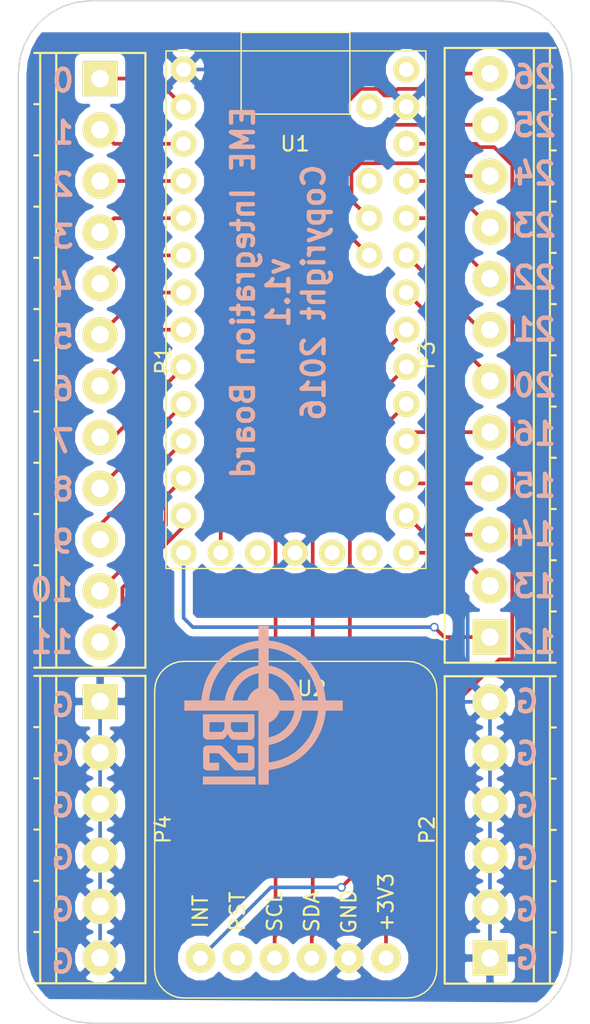
<source format=kicad_pcb>
(kicad_pcb (version 4) (host pcbnew 4.0.2-stable)

  (general
    (links 0)
    (no_connects 29)
    (area 83.251268 76.532848 121.210157 146.491725)
    (thickness 1.6)
    (drawings 102)
    (tracks 125)
    (zones 0)
    (modules 7)
    (nets 30)
  )

  (page USLetter)
  (title_block
    (title "EME Integration Board")
    (date 2016-08-29)
    (rev 1)
    (company "Battlespace Simulations, Inc")
    (comment 1 "For use w/ Fallon CAVE IZLID and SOFLAM")
  )

  (layers
    (0 F.Cu signal)
    (31 B.Cu signal)
    (32 B.Adhes user)
    (33 F.Adhes user)
    (34 B.Paste user)
    (35 F.Paste user)
    (36 B.SilkS user)
    (37 F.SilkS user)
    (38 B.Mask user)
    (39 F.Mask user)
    (40 Dwgs.User user)
    (41 Cmts.User user)
    (42 Eco1.User user)
    (43 Eco2.User user)
    (44 Edge.Cuts user)
    (45 Margin user)
    (46 B.CrtYd user)
    (47 F.CrtYd user)
    (48 B.Fab user)
    (49 F.Fab user)
  )

  (setup
    (last_trace_width 0.25)
    (trace_clearance 0.2)
    (zone_clearance 0.508)
    (zone_45_only no)
    (trace_min 0.2)
    (segment_width 0.2)
    (edge_width 0.15)
    (via_size 0.6)
    (via_drill 0.4)
    (via_min_size 0.4)
    (via_min_drill 0.3)
    (uvia_size 0.3)
    (uvia_drill 0.1)
    (uvias_allowed no)
    (uvia_min_size 0.2)
    (uvia_min_drill 0.1)
    (pcb_text_width 0.3)
    (pcb_text_size 1.5 1.5)
    (mod_edge_width 0.15)
    (mod_text_size 1 1)
    (mod_text_width 0.15)
    (pad_size 1.778 1.778)
    (pad_drill 1.016)
    (pad_to_mask_clearance 0.2)
    (aux_axis_origin 0 0)
    (visible_elements 7FFFFFFF)
    (pcbplotparams
      (layerselection 0x00030_80000001)
      (usegerberextensions false)
      (excludeedgelayer true)
      (linewidth 0.100000)
      (plotframeref false)
      (viasonmask false)
      (mode 1)
      (useauxorigin false)
      (hpglpennumber 1)
      (hpglpenspeed 20)
      (hpglpendiameter 15)
      (hpglpenoverlay 2)
      (psnegative false)
      (psa4output false)
      (plotreference true)
      (plotvalue true)
      (plotinvisibletext false)
      (padsonsilk false)
      (subtractmaskfromsilk false)
      (outputformat 1)
      (mirror false)
      (drillshape 1)
      (scaleselection 1)
      (outputdirectory ""))
  )

  (net 0 "")
  (net 1 /P2)
  (net 2 /P1)
  (net 3 /P3)
  (net 4 /P4)
  (net 5 /P5)
  (net 6 /P6)
  (net 7 /P0)
  (net 8 /P7)
  (net 9 /P8)
  (net 10 /P9)
  (net 11 /P10)
  (net 12 /P11)
  (net 13 GND)
  (net 14 /P14)
  (net 15 /P13)
  (net 16 /P15)
  (net 17 /P16)
  (net 18 /P20)
  (net 19 /P21)
  (net 20 /P12)
  (net 21 /P22)
  (net 22 /P23)
  (net 23 /P24)
  (net 24 /P25)
  (net 25 /P26)
  (net 26 +3V3)
  (net 27 /SCL)
  (net 28 /SDA)
  (net 29 /INT)

  (net_class Default "This is the default net class."
    (clearance 0.2)
    (trace_width 0.25)
    (via_dia 0.6)
    (via_drill 0.4)
    (uvia_dia 0.3)
    (uvia_drill 0.1)
    (add_net +3V3)
    (add_net /INT)
    (add_net /P0)
    (add_net /P1)
    (add_net /P10)
    (add_net /P11)
    (add_net /P12)
    (add_net /P13)
    (add_net /P14)
    (add_net /P15)
    (add_net /P16)
    (add_net /P2)
    (add_net /P20)
    (add_net /P21)
    (add_net /P22)
    (add_net /P23)
    (add_net /P24)
    (add_net /P25)
    (add_net /P26)
    (add_net /P3)
    (add_net /P4)
    (add_net /P5)
    (add_net /P6)
    (add_net /P7)
    (add_net /P8)
    (add_net /P9)
    (add_net /SCL)
    (add_net /SDA)
    (add_net GND)
  )

  (module Terminal_Blocks:TerminalBlock_Pheonix_PT-3.5mm_12pol (layer F.Cu) (tedit 0) (tstamp 57C46667)
    (at 115.57 120.06 90)
    (descr "12-way 3.5mm pitch terminal block, Phoenix PT series")
    (path /57C4711C)
    (fp_text reference P3 (at 19.25 -4.3 90) (layer F.SilkS)
      (effects (font (size 1 1) (thickness 0.15)))
    )
    (fp_text value CONN_01X12 (at 19.25 6 90) (layer F.Fab)
      (effects (font (size 1 1) (thickness 0.15)))
    )
    (fp_line (start -2 -3.3) (end -1.9 -3.3) (layer F.CrtYd) (width 0.05))
    (fp_line (start -2 4.7) (end -2 -3.3) (layer F.CrtYd) (width 0.05))
    (fp_line (start 40.5 4.7) (end -2 4.7) (layer F.CrtYd) (width 0.05))
    (fp_line (start 40.5 -3.3) (end 40.5 4.7) (layer F.CrtYd) (width 0.05))
    (fp_line (start 40.4 -3.3) (end 40.5 -3.3) (layer F.CrtYd) (width 0.05))
    (fp_line (start -1.9 -3.3) (end 40.4 -3.3) (layer F.CrtYd) (width 0.05))
    (fp_line (start 36.75 4.1) (end 36.75 4.5) (layer F.SilkS) (width 0.15))
    (fp_line (start 33.25 4.1) (end 33.25 4.5) (layer F.SilkS) (width 0.15))
    (fp_line (start 26.25 4.1) (end 26.25 4.5) (layer F.SilkS) (width 0.15))
    (fp_line (start 29.75 4.1) (end 29.75 4.5) (layer F.SilkS) (width 0.15))
    (fp_line (start 22.75 4.1) (end 22.75 4.5) (layer F.SilkS) (width 0.15))
    (fp_line (start 8.75 4.1) (end 8.75 4.5) (layer F.SilkS) (width 0.15))
    (fp_line (start 19.25 4.1) (end 19.25 4.5) (layer F.SilkS) (width 0.15))
    (fp_line (start 15.75 4.1) (end 15.75 4.5) (layer F.SilkS) (width 0.15))
    (fp_line (start 1.75 4.1) (end 1.75 4.5) (layer F.SilkS) (width 0.15))
    (fp_line (start 5.25 4.1) (end 5.25 4.5) (layer F.SilkS) (width 0.15))
    (fp_line (start 12.25 4.1) (end 12.25 4.5) (layer F.SilkS) (width 0.15))
    (fp_line (start -1.75 3) (end 40.25 3) (layer F.SilkS) (width 0.15))
    (fp_line (start -1.75 4.1) (end 40.25 4.1) (layer F.SilkS) (width 0.15))
    (fp_line (start -1.75 -3.1) (end -1.75 4.5) (layer F.SilkS) (width 0.15))
    (fp_line (start 40.25 4.5) (end 40.25 -3.1) (layer F.SilkS) (width 0.15))
    (fp_line (start 40.25 -3.1) (end -1.75 -3.1) (layer F.SilkS) (width 0.15))
    (pad 3 thru_hole circle (at 7 0 270) (size 2.4 2.4) (drill 1.2) (layers *.Cu *.Mask F.SilkS)
      (net 14 /P14))
    (pad 2 thru_hole circle (at 3.5 0 270) (size 2.4 2.4) (drill 1.2) (layers *.Cu *.Mask F.SilkS)
      (net 15 /P13))
    (pad 4 thru_hole circle (at 10.5 0 270) (size 2.4 2.4) (drill 1.2) (layers *.Cu *.Mask F.SilkS)
      (net 16 /P15))
    (pad 5 thru_hole circle (at 14 0 270) (size 2.4 2.4) (drill 1.2) (layers *.Cu *.Mask F.SilkS)
      (net 17 /P16))
    (pad 6 thru_hole circle (at 17.5 0 270) (size 2.4 2.4) (drill 1.2) (layers *.Cu *.Mask F.SilkS)
      (net 18 /P20))
    (pad 7 thru_hole circle (at 21 0 270) (size 2.4 2.4) (drill 1.2) (layers *.Cu *.Mask F.SilkS)
      (net 19 /P21))
    (pad 1 thru_hole rect (at 0 0 270) (size 2.4 2.4) (drill 1.2) (layers *.Cu *.Mask F.SilkS)
      (net 20 /P12))
    (pad 8 thru_hole circle (at 24.5 0 270) (size 2.4 2.4) (drill 1.2) (layers *.Cu *.Mask F.SilkS)
      (net 21 /P22))
    (pad 9 thru_hole circle (at 28 0 270) (size 2.4 2.4) (drill 1.2) (layers *.Cu *.Mask F.SilkS)
      (net 22 /P23))
    (pad 10 thru_hole circle (at 31.5 0 270) (size 2.4 2.4) (drill 1.2) (layers *.Cu *.Mask F.SilkS)
      (net 23 /P24))
    (pad 11 thru_hole circle (at 35 0 270) (size 2.4 2.4) (drill 1.2) (layers *.Cu *.Mask F.SilkS)
      (net 24 /P25))
    (pad 12 thru_hole circle (at 38.5 0 270) (size 2.4 2.4) (drill 1.2) (layers *.Cu *.Mask F.SilkS)
      (net 25 /P26))
    (model Terminal_Blocks.3dshapes/TerminalBlock_Pheonix_PT-3.5mm_12pol.wrl
      (at (xyz 0 0 0))
      (scale (xyz 1 1 1))
      (rotate (xyz 0 0 0))
    )
  )

  (module Terminal_Blocks:TerminalBlock_Pheonix_PT-3.5mm_12pol (layer F.Cu) (tedit 0) (tstamp 57C46629)
    (at 88.9 81.9 270)
    (descr "12-way 3.5mm pitch terminal block, Phoenix PT series")
    (path /57C4700A)
    (fp_text reference P1 (at 19.25 -4.3 270) (layer F.SilkS)
      (effects (font (size 1 1) (thickness 0.15)))
    )
    (fp_text value CONN_01X12 (at 19.25 6 270) (layer F.Fab)
      (effects (font (size 1 1) (thickness 0.15)))
    )
    (fp_line (start -2 -3.3) (end -1.9 -3.3) (layer F.CrtYd) (width 0.05))
    (fp_line (start -2 4.7) (end -2 -3.3) (layer F.CrtYd) (width 0.05))
    (fp_line (start 40.5 4.7) (end -2 4.7) (layer F.CrtYd) (width 0.05))
    (fp_line (start 40.5 -3.3) (end 40.5 4.7) (layer F.CrtYd) (width 0.05))
    (fp_line (start 40.4 -3.3) (end 40.5 -3.3) (layer F.CrtYd) (width 0.05))
    (fp_line (start -1.9 -3.3) (end 40.4 -3.3) (layer F.CrtYd) (width 0.05))
    (fp_line (start 36.75 4.1) (end 36.75 4.5) (layer F.SilkS) (width 0.15))
    (fp_line (start 33.25 4.1) (end 33.25 4.5) (layer F.SilkS) (width 0.15))
    (fp_line (start 26.25 4.1) (end 26.25 4.5) (layer F.SilkS) (width 0.15))
    (fp_line (start 29.75 4.1) (end 29.75 4.5) (layer F.SilkS) (width 0.15))
    (fp_line (start 22.75 4.1) (end 22.75 4.5) (layer F.SilkS) (width 0.15))
    (fp_line (start 8.75 4.1) (end 8.75 4.5) (layer F.SilkS) (width 0.15))
    (fp_line (start 19.25 4.1) (end 19.25 4.5) (layer F.SilkS) (width 0.15))
    (fp_line (start 15.75 4.1) (end 15.75 4.5) (layer F.SilkS) (width 0.15))
    (fp_line (start 1.75 4.1) (end 1.75 4.5) (layer F.SilkS) (width 0.15))
    (fp_line (start 5.25 4.1) (end 5.25 4.5) (layer F.SilkS) (width 0.15))
    (fp_line (start 12.25 4.1) (end 12.25 4.5) (layer F.SilkS) (width 0.15))
    (fp_line (start -1.75 3) (end 40.25 3) (layer F.SilkS) (width 0.15))
    (fp_line (start -1.75 4.1) (end 40.25 4.1) (layer F.SilkS) (width 0.15))
    (fp_line (start -1.75 -3.1) (end -1.75 4.5) (layer F.SilkS) (width 0.15))
    (fp_line (start 40.25 4.5) (end 40.25 -3.1) (layer F.SilkS) (width 0.15))
    (fp_line (start 40.25 -3.1) (end -1.75 -3.1) (layer F.SilkS) (width 0.15))
    (pad 3 thru_hole circle (at 7 0 90) (size 2.4 2.4) (drill 1.2) (layers *.Cu *.Mask F.SilkS)
      (net 1 /P2))
    (pad 2 thru_hole circle (at 3.5 0 90) (size 2.4 2.4) (drill 1.2) (layers *.Cu *.Mask F.SilkS)
      (net 2 /P1))
    (pad 4 thru_hole circle (at 10.5 0 90) (size 2.4 2.4) (drill 1.2) (layers *.Cu *.Mask F.SilkS)
      (net 3 /P3))
    (pad 5 thru_hole circle (at 14 0 90) (size 2.4 2.4) (drill 1.2) (layers *.Cu *.Mask F.SilkS)
      (net 4 /P4))
    (pad 6 thru_hole circle (at 17.5 0 90) (size 2.4 2.4) (drill 1.2) (layers *.Cu *.Mask F.SilkS)
      (net 5 /P5))
    (pad 7 thru_hole circle (at 21 0 90) (size 2.4 2.4) (drill 1.2) (layers *.Cu *.Mask F.SilkS)
      (net 6 /P6))
    (pad 1 thru_hole rect (at 0 0 90) (size 2.4 2.4) (drill 1.2) (layers *.Cu *.Mask F.SilkS)
      (net 7 /P0))
    (pad 8 thru_hole circle (at 24.5 0 90) (size 2.4 2.4) (drill 1.2) (layers *.Cu *.Mask F.SilkS)
      (net 8 /P7))
    (pad 9 thru_hole circle (at 28 0 90) (size 2.4 2.4) (drill 1.2) (layers *.Cu *.Mask F.SilkS)
      (net 9 /P8))
    (pad 10 thru_hole circle (at 31.5 0 90) (size 2.4 2.4) (drill 1.2) (layers *.Cu *.Mask F.SilkS)
      (net 10 /P9))
    (pad 11 thru_hole circle (at 35 0 90) (size 2.4 2.4) (drill 1.2) (layers *.Cu *.Mask F.SilkS)
      (net 11 /P10))
    (pad 12 thru_hole circle (at 38.5 0 90) (size 2.4 2.4) (drill 1.2) (layers *.Cu *.Mask F.SilkS)
      (net 12 /P11))
    (model Terminal_Blocks.3dshapes/TerminalBlock_Pheonix_PT-3.5mm_12pol.wrl
      (at (xyz 0 0 0))
      (scale (xyz 1 1 1))
      (rotate (xyz 0 0 0))
    )
  )

  (module Terminal_Blocks:TerminalBlock_Pheonix_PT-3.5mm_6pol (layer F.Cu) (tedit 0) (tstamp 57C46641)
    (at 115.57 141.9854 90)
    (descr "6-way 3.5mm pitch terminal block, Phoenix PT series")
    (path /57C4702E)
    (fp_text reference P2 (at 8.75 -4.3 90) (layer F.SilkS)
      (effects (font (size 1 1) (thickness 0.15)))
    )
    (fp_text value CONN_01X06 (at 8.75 6 90) (layer F.Fab)
      (effects (font (size 1 1) (thickness 0.15)))
    )
    (fp_line (start -1.9 -3.3) (end 19.4 -3.3) (layer F.CrtYd) (width 0.05))
    (fp_line (start -1.9 4.7) (end -1.9 -3.3) (layer F.CrtYd) (width 0.05))
    (fp_line (start 19.4 4.7) (end -1.9 4.7) (layer F.CrtYd) (width 0.05))
    (fp_line (start 19.4 -3.3) (end 19.4 4.7) (layer F.CrtYd) (width 0.05))
    (fp_line (start 15.75 4.1) (end 15.75 4.5) (layer F.SilkS) (width 0.15))
    (fp_line (start 12.25 4.1) (end 12.25 4.5) (layer F.SilkS) (width 0.15))
    (fp_line (start 1.75 4.1) (end 1.75 4.5) (layer F.SilkS) (width 0.15))
    (fp_line (start 5.25 4.1) (end 5.25 4.5) (layer F.SilkS) (width 0.15))
    (fp_line (start 8.75 4.1) (end 8.75 4.5) (layer F.SilkS) (width 0.15))
    (fp_line (start -1.75 3) (end 19.25 3) (layer F.SilkS) (width 0.15))
    (fp_line (start -1.75 4.1) (end 19.25 4.1) (layer F.SilkS) (width 0.15))
    (fp_line (start -1.75 -3.1) (end -1.75 4.5) (layer F.SilkS) (width 0.15))
    (fp_line (start 19.25 4.5) (end 19.25 -3.1) (layer F.SilkS) (width 0.15))
    (fp_line (start 19.25 -3.1) (end -1.75 -3.1) (layer F.SilkS) (width 0.15))
    (pad 2 thru_hole circle (at 3.5 0 90) (size 2.4 2.4) (drill 1.2) (layers *.Cu *.Mask F.SilkS)
      (net 13 GND))
    (pad 1 thru_hole rect (at 0 0 90) (size 2.4 2.4) (drill 1.2) (layers *.Cu *.Mask F.SilkS)
      (net 13 GND))
    (pad 3 thru_hole circle (at 7 0 90) (size 2.4 2.4) (drill 1.2) (layers *.Cu *.Mask F.SilkS)
      (net 13 GND))
    (pad 4 thru_hole circle (at 10.5 0 90) (size 2.4 2.4) (drill 1.2) (layers *.Cu *.Mask F.SilkS)
      (net 13 GND))
    (pad 5 thru_hole circle (at 14 0 90) (size 2.4 2.4) (drill 1.2) (layers *.Cu *.Mask F.SilkS)
      (net 13 GND))
    (pad 6 thru_hole circle (at 17.5 0 90) (size 2.4 2.4) (drill 1.2) (layers *.Cu *.Mask F.SilkS)
      (net 13 GND))
    (model Terminal_Blocks.3dshapes/TerminalBlock_Pheonix_PT-3.5mm_6pol.wrl
      (at (xyz 0 0 0))
      (scale (xyz 1 1 1))
      (rotate (xyz 0 0 0))
    )
  )

  (module Terminal_Blocks:TerminalBlock_Pheonix_PT-3.5mm_6pol (layer F.Cu) (tedit 0) (tstamp 57C4667F)
    (at 88.9 124.46 270)
    (descr "6-way 3.5mm pitch terminal block, Phoenix PT series")
    (path /57C470B7)
    (fp_text reference P4 (at 8.75 -4.3 270) (layer F.SilkS)
      (effects (font (size 1 1) (thickness 0.15)))
    )
    (fp_text value CONN_01X06 (at 8.75 6 270) (layer F.Fab)
      (effects (font (size 1 1) (thickness 0.15)))
    )
    (fp_line (start -1.9 -3.3) (end 19.4 -3.3) (layer F.CrtYd) (width 0.05))
    (fp_line (start -1.9 4.7) (end -1.9 -3.3) (layer F.CrtYd) (width 0.05))
    (fp_line (start 19.4 4.7) (end -1.9 4.7) (layer F.CrtYd) (width 0.05))
    (fp_line (start 19.4 -3.3) (end 19.4 4.7) (layer F.CrtYd) (width 0.05))
    (fp_line (start 15.75 4.1) (end 15.75 4.5) (layer F.SilkS) (width 0.15))
    (fp_line (start 12.25 4.1) (end 12.25 4.5) (layer F.SilkS) (width 0.15))
    (fp_line (start 1.75 4.1) (end 1.75 4.5) (layer F.SilkS) (width 0.15))
    (fp_line (start 5.25 4.1) (end 5.25 4.5) (layer F.SilkS) (width 0.15))
    (fp_line (start 8.75 4.1) (end 8.75 4.5) (layer F.SilkS) (width 0.15))
    (fp_line (start -1.75 3) (end 19.25 3) (layer F.SilkS) (width 0.15))
    (fp_line (start -1.75 4.1) (end 19.25 4.1) (layer F.SilkS) (width 0.15))
    (fp_line (start -1.75 -3.1) (end -1.75 4.5) (layer F.SilkS) (width 0.15))
    (fp_line (start 19.25 4.5) (end 19.25 -3.1) (layer F.SilkS) (width 0.15))
    (fp_line (start 19.25 -3.1) (end -1.75 -3.1) (layer F.SilkS) (width 0.15))
    (pad 2 thru_hole circle (at 3.5 0 270) (size 2.4 2.4) (drill 1.2) (layers *.Cu *.Mask F.SilkS)
      (net 13 GND))
    (pad 1 thru_hole rect (at 0 0 270) (size 2.4 2.4) (drill 1.2) (layers *.Cu *.Mask F.SilkS)
      (net 13 GND))
    (pad 3 thru_hole circle (at 7 0 270) (size 2.4 2.4) (drill 1.2) (layers *.Cu *.Mask F.SilkS)
      (net 13 GND))
    (pad 4 thru_hole circle (at 10.5 0 270) (size 2.4 2.4) (drill 1.2) (layers *.Cu *.Mask F.SilkS)
      (net 13 GND))
    (pad 5 thru_hole circle (at 14 0 270) (size 2.4 2.4) (drill 1.2) (layers *.Cu *.Mask F.SilkS)
      (net 13 GND))
    (pad 6 thru_hole circle (at 17.5 0 270) (size 2.4 2.4) (drill 1.2) (layers *.Cu *.Mask F.SilkS)
      (net 13 GND))
    (model Terminal_Blocks.3dshapes/TerminalBlock_Pheonix_PT-3.5mm_6pol.wrl
      (at (xyz 0 0 0))
      (scale (xyz 1 1 1))
      (rotate (xyz 0 0 0))
    )
  )

  (module MyFootprints:Teensy_LC (layer F.Cu) (tedit 57E318CE) (tstamp 57E319B4)
    (at 102.230712 96.52)
    (path /57E31DAC)
    (fp_text reference U1 (at 0 -10.16) (layer F.SilkS)
      (effects (font (size 1 1) (thickness 0.15)))
    )
    (fp_text value Teensy_LC (at 0 -12.7) (layer F.Fab)
      (effects (font (size 1 1) (thickness 0.15)))
    )
    (fp_line (start -3.683 -12.192) (end -3.683 -17.770884) (layer F.SilkS) (width 0.1))
    (fp_line (start 3.755889 -12.192) (end -3.683 -12.192) (layer F.SilkS) (width 0.1))
    (fp_line (start 3.755889 -17.770884) (end 3.755889 -12.192) (layer F.SilkS) (width 0.1))
    (fp_line (start -3.683 -17.770884) (end 3.755889 -17.770884) (layer F.SilkS) (width 0.1))
    (fp_line (start -8.823474 -16.506514) (end -8.823474 -16.506514) (layer F.SilkS) (width 0.1))
    (fp_line (start -8.823474 18.85236) (end -8.823474 -16.506514) (layer F.SilkS) (width 0.1))
    (fp_line (start -3.683 -17.770884) (end -3.683 -17.770884) (layer F.SilkS) (width 0.1))
    (fp_line (start 8.955415 18.85236) (end -8.823474 18.85236) (layer F.SilkS) (width 0.1))
    (fp_line (start 8.955415 -16.506514) (end 8.955415 18.85236) (layer F.SilkS) (width 0.1))
    (fp_line (start -8.823474 -16.506514) (end 8.955415 -16.506514) (layer F.SilkS) (width 0.1))
    (pad 1 thru_hole circle (at -7.62 -15.24) (size 1.778 1.778) (drill 1.016) (layers *.Cu *.Mask F.SilkS)
      (net 13 GND))
    (pad 2 thru_hole circle (at -7.62 -12.7) (size 1.778 1.778) (drill 1.016) (layers *.Cu *.Mask F.SilkS)
      (net 7 /P0))
    (pad 3 thru_hole circle (at -7.62 -10.16) (size 1.778 1.778) (drill 1.016) (layers *.Cu *.Mask F.SilkS)
      (net 2 /P1))
    (pad 4 thru_hole circle (at -7.62 -7.62) (size 1.778 1.778) (drill 1.016) (layers *.Cu *.Mask F.SilkS)
      (net 1 /P2))
    (pad 5 thru_hole circle (at -7.62 -5.08) (size 1.778 1.778) (drill 1.016) (layers *.Cu *.Mask F.SilkS)
      (net 3 /P3))
    (pad 6 thru_hole circle (at -7.62 -2.54) (size 1.778 1.778) (drill 1.016) (layers *.Cu *.Mask F.SilkS)
      (net 4 /P4))
    (pad 7 thru_hole circle (at -7.62 0) (size 1.778 1.778) (drill 1.016) (layers *.Cu *.Mask F.SilkS)
      (net 5 /P5))
    (pad 8 thru_hole circle (at -7.62 2.54) (size 1.778 1.778) (drill 1.016) (layers *.Cu *.Mask F.SilkS)
      (net 6 /P6))
    (pad 9 thru_hole circle (at -7.62 5.08) (size 1.778 1.778) (drill 1.016) (layers *.Cu *.Mask F.SilkS)
      (net 8 /P7))
    (pad 10 thru_hole circle (at -7.62 7.62) (size 1.778 1.778) (drill 1.016) (layers *.Cu *.Mask F.SilkS)
      (net 9 /P8))
    (pad 11 thru_hole circle (at -7.62 10.16) (size 1.778 1.778) (drill 1.016) (layers *.Cu *.Mask F.SilkS)
      (net 10 /P9))
    (pad 12 thru_hole circle (at -7.62 12.7) (size 1.778 1.778) (drill 1.016) (layers *.Cu *.Mask F.SilkS)
      (net 11 /P10))
    (pad 13 thru_hole circle (at -7.62 15.24) (size 1.778 1.778) (drill 1.016) (layers *.Cu *.Mask F.SilkS)
      (net 12 /P11))
    (pad 15 thru_hole circle (at 7.62 -15.24) (size 1.778 1.778) (drill 1.016) (layers *.Cu *.Mask F.SilkS))
    (pad 16 thru_hole circle (at 7.62 -12.7) (size 1.778 1.778) (drill 1.016) (layers *.Cu *.Mask F.SilkS)
      (net 13 GND))
    (pad 17 thru_hole circle (at 7.62 -10.16) (size 1.778 1.778) (drill 1.016) (layers *.Cu *.Mask F.SilkS)
      (net 26 +3V3))
    (pad 18 thru_hole circle (at 7.62 -7.62) (size 1.778 1.778) (drill 1.016) (layers *.Cu *.Mask F.SilkS)
      (net 22 /P23))
    (pad 19 thru_hole circle (at 7.62 -5.08) (size 1.778 1.778) (drill 1.016) (layers *.Cu *.Mask F.SilkS)
      (net 21 /P22))
    (pad 20 thru_hole circle (at 7.62 -2.54) (size 1.778 1.778) (drill 1.016) (layers *.Cu *.Mask F.SilkS)
      (net 19 /P21))
    (pad 21 thru_hole circle (at 7.62 0) (size 1.778 1.778) (drill 1.016) (layers *.Cu *.Mask F.SilkS)
      (net 18 /P20))
    (pad 22 thru_hole circle (at 7.62 2.54) (size 1.778 1.778) (drill 1.016) (layers *.Cu *.Mask F.SilkS)
      (net 27 /SCL))
    (pad 23 thru_hole circle (at 7.62 5.08) (size 1.778 1.778) (drill 1.016) (layers *.Cu *.Mask F.SilkS)
      (net 28 /SDA))
    (pad 24 thru_hole circle (at 7.62 7.62) (size 1.778 1.778) (drill 1.016) (layers *.Cu *.Mask F.SilkS)
      (net 29 /INT))
    (pad 25 thru_hole circle (at 7.62 10.16) (size 1.778 1.778) (drill 1.016) (layers *.Cu *.Mask F.SilkS)
      (net 17 /P16))
    (pad 26 thru_hole circle (at 7.62 12.7) (size 1.778 1.778) (drill 1.016) (layers *.Cu *.Mask F.SilkS)
      (net 16 /P15))
    (pad 27 thru_hole circle (at 7.62 15.24) (size 1.778 1.778) (drill 1.016) (layers *.Cu *.Mask F.SilkS)
      (net 14 /P14))
    (pad 14 thru_hole circle (at -7.62 17.78) (size 1.778 1.778) (drill 1.016) (layers *.Cu *.Mask F.SilkS)
      (net 20 /P12))
    (pad 28 thru_hole circle (at 7.62 17.78) (size 1.778 1.778) (drill 1.016) (layers *.Cu *.Mask F.SilkS)
      (net 15 /P13))
    (pad 29 thru_hole circle (at 5.08 -7.62) (size 1.778 1.778) (drill 1.016) (layers *.Cu *.Mask F.SilkS))
    (pad 30 thru_hole circle (at 5.08 -5.08) (size 1.778 1.778) (drill 1.016) (layers *.Cu *.Mask F.SilkS)
      (net 23 /P24))
    (pad 31 thru_hole circle (at 5.08 -2.54) (size 1.778 1.778) (drill 1.016) (layers *.Cu *.Mask F.SilkS)
      (net 24 /P25))
    (pad 32 thru_hole circle (at -5.08 17.78) (size 1.778 1.778) (drill 1.016) (layers *.Cu *.Mask F.SilkS)
      (net 25 /P26))
    (pad 33 thru_hole circle (at -2.54 17.78) (size 1.778 1.778) (drill 1.016) (layers *.Cu *.Mask F.SilkS))
    (pad 34 thru_hole circle (at 0 17.78) (size 1.778 1.778) (drill 1.016) (layers *.Cu *.Mask F.SilkS)
      (net 13 GND))
    (pad 35 thru_hole circle (at 2.54 17.78) (size 1.778 1.778) (drill 1.016) (layers *.Cu *.Mask F.SilkS))
    (pad 36 thru_hole circle (at 5.08 17.78) (size 1.778 1.778) (drill 1.016) (layers *.Cu *.Mask F.SilkS))
    (pad 37 thru_hole circle (at 5.08 -12.7) (size 1.778 1.778) (drill 1.016) (layers *.Cu *.Mask F.SilkS))
  )

  (module MyFootprints:BSI_IMU (layer F.Cu) (tedit 57E31981) (tstamp 57E31FDF)
    (at 102.743 134.366)
    (path /57E33F07)
    (fp_text reference U2 (at 0.635 -10.795) (layer F.SilkS)
      (effects (font (size 1 1) (thickness 0.15)))
    )
    (fp_text value BSI_IMU (at 0 -1.27) (layer F.Fab)
      (effects (font (size 1 1) (thickness 0.15)))
    )
    (fp_text user +3V3 (at 5.715 3.81 90) (layer F.SilkS)
      (effects (font (size 1 1) (thickness 0.15)))
    )
    (fp_text user GND (at 3.175 4.445 90) (layer F.SilkS)
      (effects (font (size 1 1) (thickness 0.15)))
    )
    (fp_text user SDA (at 0.635 4.445 90) (layer F.SilkS)
      (effects (font (size 1 1) (thickness 0.15)))
    )
    (fp_text user SCL (at -1.905 4.445 90) (layer F.SilkS)
      (effects (font (size 1 1) (thickness 0.15)))
    )
    (fp_text user RST (at -4.445 4.445 90) (layer F.SilkS)
      (effects (font (size 1 1) (thickness 0.15)))
    )
    (fp_text user INT (at -6.985 4.445 90) (layer F.SilkS)
      (effects (font (size 1 1) (thickness 0.15)))
    )
    (fp_line (start -9.525 -12.065) (end -9.229227 -12.308812) (layer F.SilkS) (width 0.1))
    (fp_line (start -9.768836 -11.769203) (end -9.525 -12.065) (layer F.SilkS) (width 0.1))
    (fp_line (start -9.952813 -11.429436) (end -9.768836 -11.769203) (layer F.SilkS) (width 0.1))
    (fp_line (start -10.069008 -11.053544) (end -9.952813 -11.429436) (layer F.SilkS) (width 0.1))
    (fp_line (start -10.1095 -10.649487) (end -10.069008 -11.053544) (layer F.SilkS) (width 0.1))
    (fp_line (start -10.1095 -8.274474) (end -10.1095 -10.649487) (layer F.SilkS) (width 0.1))
    (fp_line (start -10.1095 -5.899489) (end -10.1095 -8.274474) (layer F.SilkS) (width 0.1))
    (fp_line (start -10.1095 -3.524476) (end -10.1095 -5.899489) (layer F.SilkS) (width 0.1))
    (fp_line (start -10.1095 -1.149491) (end -10.1095 -3.524476) (layer F.SilkS) (width 0.1))
    (fp_line (start -10.1095 1.225521) (end -10.1095 -1.149491) (layer F.SilkS) (width 0.1))
    (fp_line (start -10.1095 3.600534) (end -10.1095 1.225521) (layer F.SilkS) (width 0.1))
    (fp_line (start -10.1095 5.975519) (end -10.1095 3.600534) (layer F.SilkS) (width 0.1))
    (fp_line (start -10.1095 8.350532) (end -10.1095 5.975519) (layer F.SilkS) (width 0.1))
    (fp_line (start -10.069008 8.754589) (end -10.1095 8.350532) (layer F.SilkS) (width 0.1))
    (fp_line (start -9.952813 9.130453) (end -10.069008 8.754589) (layer F.SilkS) (width 0.1))
    (fp_line (start -9.768836 9.470249) (end -9.952813 9.130453) (layer F.SilkS) (width 0.1))
    (fp_line (start -9.525 9.766017) (end -9.768836 9.470249) (layer F.SilkS) (width 0.1))
    (fp_line (start -9.229227 10.009857) (end -9.525 9.766017) (layer F.SilkS) (width 0.1))
    (fp_line (start -8.513555 -12.608984) (end -8.1095 -12.649483) (layer F.SilkS) (width 0.1))
    (fp_line (start -9.229227 -12.308812) (end -8.889438 -12.492793) (layer F.SilkS) (width 0.1))
    (fp_line (start -8.889438 -12.492793) (end -8.513555 -12.608984) (layer F.SilkS) (width 0.1))
    (fp_line (start -8.1095 -12.649483) (end -8.1095 -12.649483) (layer F.SilkS) (width 0.1))
    (fp_line (start -8.889438 10.193838) (end -9.229227 10.009857) (layer F.SilkS) (width 0.1))
    (fp_line (start -8.513555 10.310029) (end -8.889438 10.193838) (layer F.SilkS) (width 0.1))
    (fp_line (start -8.1095 10.350528) (end -8.513555 10.310029) (layer F.SilkS) (width 0.1))
    (fp_line (start -6.197 10.350528) (end -8.1095 10.350528) (layer F.SilkS) (width 0.1))
    (fp_line (start -4.2845 10.350528) (end -6.197 10.350528) (layer F.SilkS) (width 0.1))
    (fp_line (start -2.372 10.350528) (end -4.2845 10.350528) (layer F.SilkS) (width 0.1))
    (fp_line (start -0.4595 10.350528) (end -2.372 10.350528) (layer F.SilkS) (width 0.1))
    (fp_line (start 1.453 10.350528) (end -0.4595 10.350528) (layer F.SilkS) (width 0.1))
    (fp_line (start 3.365499 10.350528) (end 1.453 10.350528) (layer F.SilkS) (width 0.1))
    (fp_line (start 5.278 10.350528) (end 3.365499 10.350528) (layer F.SilkS) (width 0.1))
    (fp_line (start 7.1905 10.350528) (end 5.278 10.350528) (layer F.SilkS) (width 0.1))
    (fp_line (start 7.594554 10.310029) (end 7.1905 10.350528) (layer F.SilkS) (width 0.1))
    (fp_line (start 7.970437 10.193838) (end 7.594554 10.310029) (layer F.SilkS) (width 0.1))
    (fp_line (start 8.310226 10.009857) (end 7.970437 10.193838) (layer F.SilkS) (width 0.1))
    (fp_line (start 8.606 9.766017) (end 8.310226 10.009857) (layer F.SilkS) (width 0.1))
    (fp_line (start 8.849836 9.470249) (end 8.606 9.766017) (layer F.SilkS) (width 0.1))
    (fp_line (start 9.033812 9.130453) (end 8.849836 9.470249) (layer F.SilkS) (width 0.1))
    (fp_line (start 9.150007 8.754589) (end 9.033812 9.130453) (layer F.SilkS) (width 0.1))
    (fp_line (start 9.1905 8.350532) (end 9.150007 8.754589) (layer F.SilkS) (width 0.1))
    (fp_line (start 9.1905 5.975519) (end 9.1905 8.350532) (layer F.SilkS) (width 0.1))
    (fp_line (start 9.1905 3.600534) (end 9.1905 5.975519) (layer F.SilkS) (width 0.1))
    (fp_line (start 9.1905 1.225521) (end 9.1905 3.600534) (layer F.SilkS) (width 0.1))
    (fp_line (start 9.1905 -1.149491) (end 9.1905 1.225521) (layer F.SilkS) (width 0.1))
    (fp_line (start 9.1905 -3.524476) (end 9.1905 -1.149491) (layer F.SilkS) (width 0.1))
    (fp_line (start 9.1905 -5.899489) (end 9.1905 -3.524476) (layer F.SilkS) (width 0.1))
    (fp_line (start 9.1905 -8.274474) (end 9.1905 -5.899489) (layer F.SilkS) (width 0.1))
    (fp_line (start 9.1905 -10.649487) (end 9.1905 -8.274474) (layer F.SilkS) (width 0.1))
    (fp_line (start -8.1095 -12.649483) (end -6.197 -12.649483) (layer F.SilkS) (width 0.1))
    (fp_line (start 9.150007 -11.053544) (end 9.1905 -10.649487) (layer F.SilkS) (width 0.1))
    (fp_line (start 9.033812 -11.429436) (end 9.150007 -11.053544) (layer F.SilkS) (width 0.1))
    (fp_line (start 8.849836 -11.769203) (end 9.033812 -11.429436) (layer F.SilkS) (width 0.1))
    (fp_line (start 8.606 -12.065) (end 8.849836 -11.769203) (layer F.SilkS) (width 0.1))
    (fp_line (start 8.310226 -12.308812) (end 8.606 -12.065) (layer F.SilkS) (width 0.1))
    (fp_line (start 7.970437 -12.492793) (end 8.310226 -12.308812) (layer F.SilkS) (width 0.1))
    (fp_line (start 7.594554 -12.608984) (end 7.970437 -12.492793) (layer F.SilkS) (width 0.1))
    (fp_line (start 7.1905 -12.649483) (end 7.594554 -12.608984) (layer F.SilkS) (width 0.1))
    (fp_line (start 5.278 -12.649483) (end 7.1905 -12.649483) (layer F.SilkS) (width 0.1))
    (fp_line (start 3.365499 -12.649483) (end 5.278 -12.649483) (layer F.SilkS) (width 0.1))
    (fp_line (start 1.453 -12.649483) (end 3.365499 -12.649483) (layer F.SilkS) (width 0.1))
    (fp_line (start -0.4595 -12.649483) (end 1.453 -12.649483) (layer F.SilkS) (width 0.1))
    (fp_line (start -4.2845 -12.649483) (end -2.372 -12.649483) (layer F.SilkS) (width 0.1))
    (fp_line (start -6.197 -12.649483) (end -4.2845 -12.649483) (layer F.SilkS) (width 0.1))
    (fp_line (start -2.372 -12.649483) (end -0.4595 -12.649483) (layer F.SilkS) (width 0.1))
    (pad 1 thru_hole circle (at -6.985 7.62) (size 2.032 2.032) (drill 1.016) (layers *.Cu *.Mask F.SilkS)
      (net 29 /INT))
    (pad 2 thru_hole circle (at -4.445 7.62) (size 2.032 2.032) (drill 1.016) (layers *.Cu *.Mask F.SilkS))
    (pad 3 thru_hole circle (at -1.905 7.62) (size 2.032 2.032) (drill 1.016) (layers *.Cu *.Mask F.SilkS)
      (net 27 /SCL))
    (pad 4 thru_hole circle (at 0.635 7.62) (size 2.032 2.032) (drill 1.016) (layers *.Cu *.Mask F.SilkS)
      (net 28 /SDA))
    (pad 5 thru_hole circle (at 3.175 7.62) (size 2.032 2.032) (drill 1.016) (layers *.Cu *.Mask F.SilkS)
      (net 13 GND))
    (pad 6 thru_hole circle (at 5.715 7.62) (size 2.032 2.032) (drill 1.016) (layers *.Cu *.Mask F.SilkS)
      (net 26 +3V3))
  )

  (module Graphics:bsi_logo (layer B.Cu) (tedit 0) (tstamp 57E33204)
    (at 100.076 124.714 270)
    (fp_text reference G*** (at -24.384 -0.508 270) (layer B.SilkS) hide
      (effects (font (thickness 0.3)) (justify mirror))
    )
    (fp_text value LOGO (at -31.496 -0.762 270) (layer B.SilkS) hide
      (effects (font (thickness 0.3)) (justify mirror))
    )
    (fp_poly (pts (xy 0.3683 0.3429) (xy 5.4229 0.3429) (xy 5.4229 -0.3556) (xy 4.425767 -0.3556)
      (xy 4.384589 -0.625666) (xy 4.324135 -0.938832) (xy 4.239757 -1.245297) (xy 4.132345 -1.543793)
      (xy 4.002787 -1.833052) (xy 3.851973 -2.111805) (xy 3.680791 -2.378784) (xy 3.49013 -2.632723)
      (xy 3.280879 -2.872351) (xy 3.053927 -3.096402) (xy 2.810162 -3.303607) (xy 2.550474 -3.492699)
      (xy 2.275751 -3.662409) (xy 2.243114 -3.680693) (xy 2.10696 -3.755091) (xy 1.986975 -3.817987)
      (xy 1.878 -3.871676) (xy 1.774878 -3.918456) (xy 1.672452 -3.960623) (xy 1.565565 -4.000472)
      (xy 1.449059 -4.040299) (xy 1.398166 -4.056881) (xy 1.25351 -4.099865) (xy 1.095631 -4.140441)
      (xy 0.931796 -4.177101) (xy 0.769272 -4.208336) (xy 0.615326 -4.232638) (xy 0.477225 -4.2485)
      (xy 0.473075 -4.248858) (xy 0.3683 -4.257779) (xy 0.3683 -5.4229) (xy -0.317244 -5.4229)
      (xy -0.32385 -4.26085) (xy -0.61595 -4.220765) (xy -0.950439 -4.162588) (xy -1.275927 -4.081426)
      (xy -1.591444 -3.97791) (xy -1.896022 -3.852671) (xy -2.188691 -3.706339) (xy -2.468482 -3.539545)
      (xy -2.734427 -3.352918) (xy -2.985555 -3.147089) (xy -3.220898 -2.922689) (xy -3.439487 -2.680348)
      (xy -3.640352 -2.420696) (xy -3.822525 -2.144364) (xy -3.83191 -2.128815) (xy -3.953735 -1.915645)
      (xy -4.057403 -1.710761) (xy -4.145617 -1.507955) (xy -4.221081 -1.301018) (xy -4.2859 -1.085921)
      (xy -4.306777 -1.003362) (xy -4.328584 -0.906367) (xy -4.349938 -0.802127) (xy -4.369458 -0.69783)
      (xy -4.385762 -0.600665) (xy -4.397466 -0.51782) (xy -4.400685 -0.48895) (xy -4.405786 -0.442593)
      (xy -4.411034 -0.402831) (xy -4.41416 -0.384174) (xy -4.420084 -0.355599) (xy -3.900457 -0.355599)
      (xy -3.892402 -0.415925) (xy -3.847181 -0.691473) (xy -3.786652 -0.950345) (xy -3.709157 -1.197283)
      (xy -3.61304 -1.437031) (xy -3.496642 -1.674332) (xy -3.38316 -1.873299) (xy -3.213391 -2.129643)
      (xy -3.024021 -2.370513) (xy -2.816244 -2.59502) (xy -2.591256 -2.802273) (xy -2.350252 -2.991382)
      (xy -2.094424 -3.16146) (xy -1.824969 -3.311614) (xy -1.54308 -3.440958) (xy -1.249953 -3.548599)
      (xy -1.056715 -3.605768) (xy -0.962851 -3.629454) (xy -0.859974 -3.652785) (xy -0.753259 -3.674814)
      (xy -0.647884 -3.694593) (xy -0.549026 -3.711174) (xy -0.461861 -3.72361) (xy -0.391566 -3.730951)
      (xy -0.365125 -3.732394) (xy -0.3175 -3.7338) (xy -0.3175 -2.657053) (xy -0.327375 -2.654783)
      (xy 0.3683 -2.654783) (xy 0.3683 -3.737303) (xy 0.466725 -3.728421) (xy 0.518082 -3.722547)
      (xy 0.585674 -3.71307) (xy 0.660812 -3.701287) (xy 0.734808 -3.688492) (xy 0.7366 -3.688165)
      (xy 0.964807 -3.640654) (xy 1.179113 -3.583452) (xy 1.385679 -3.514335) (xy 1.590666 -3.431077)
      (xy 1.800235 -3.331454) (xy 1.963032 -3.245259) (xy 2.221532 -3.089539) (xy 2.46565 -2.915257)
      (xy 2.694355 -2.723831) (xy 2.906621 -2.516676) (xy 3.101418 -2.295209) (xy 3.277718 -2.060844)
      (xy 3.434493 -1.814999) (xy 3.570714 -1.55909) (xy 3.685353 -1.294531) (xy 3.777381 -1.02274)
      (xy 3.845771 -0.745133) (xy 3.867981 -0.6223) (xy 3.879413 -0.551773) (xy 3.889954 -0.487717)
      (xy 3.89872 -0.435433) (xy 3.904826 -0.400221) (xy 3.906635 -0.390525) (xy 3.913618 -0.355599)
      (xy 3.316564 -0.3556) (xy 3.177645 -0.355649) (xy 3.06198 -0.355849) (xy 2.967421 -0.356278)
      (xy 2.891823 -0.357017) (xy 2.833039 -0.358144) (xy 2.788922 -0.359738) (xy 2.757326 -0.361878)
      (xy 2.736104 -0.364643) (xy 2.723111 -0.368113) (xy 2.716199 -0.372365) (xy 2.713221 -0.377481)
      (xy 2.713119 -0.377825) (xy 2.708112 -0.398994) (xy 2.699566 -0.438878) (xy 2.68879 -0.491256)
      (xy 2.679855 -0.53589) (xy 2.623114 -0.761196) (xy 2.542872 -0.985711) (xy 2.440868 -1.205824)
      (xy 2.318844 -1.417922) (xy 2.178542 -1.618394) (xy 2.126496 -1.683859) (xy 1.966953 -1.859599)
      (xy 1.788628 -2.022519) (xy 1.594589 -2.170828) (xy 1.387909 -2.302732) (xy 1.171658 -2.416439)
      (xy 0.948906 -2.510158) (xy 0.722725 -2.582096) (xy 0.508 -2.628542) (xy 0.460416 -2.636639)
      (xy 0.419398 -2.644031) (xy 0.396875 -2.648481) (xy 0.3683 -2.654783) (xy -0.327375 -2.654783)
      (xy -0.346075 -2.650485) (xy -0.370516 -2.645597) (xy -0.41304 -2.637783) (xy -0.466682 -2.628307)
      (xy -0.50165 -2.62229) (xy -0.655583 -2.589706) (xy -0.819775 -2.543448) (xy -0.98513 -2.486285)
      (xy -1.09855 -2.440471) (xy -1.331892 -2.326632) (xy -1.551187 -2.192882) (xy -1.755327 -2.040578)
      (xy -1.943201 -1.871077) (xy -2.113701 -1.685736) (xy -2.265718 -1.485914) (xy -2.398142 -1.272967)
      (xy -2.509865 -1.048253) (xy -2.599777 -0.81313) (xy -2.666768 -0.568955) (xy -2.680175 -0.504766)
      (xy -2.709353 -0.3556) (xy -2.185551 -0.3556) (xy -2.176948 -0.403225) (xy -2.15004 -0.519441)
      (xy -2.110172 -0.647719) (xy -2.060301 -0.780328) (xy -2.003387 -0.909538) (xy -1.94239 -1.027618)
      (xy -1.929035 -1.050795) (xy -1.866055 -1.153432) (xy -1.805113 -1.242315) (xy -1.740221 -1.325237)
      (xy -1.665392 -1.409986) (xy -1.601257 -1.477272) (xy -1.428825 -1.637843) (xy -1.246338 -1.775934)
      (xy -1.052151 -1.892459) (xy -0.844615 -1.988334) (xy -0.622084 -2.064473) (xy -0.47625 -2.10208)
      (xy -0.421395 -2.114391) (xy -0.375059 -2.124373) (xy -0.343316 -2.130743) (xy -0.333231 -2.13235)
      (xy -0.329119 -2.127854) (xy -0.325812 -2.112364) (xy -0.323263 -2.083934) (xy -0.321424 -2.04062)
      (xy -0.320245 -1.980476) (xy -0.319678 -1.901559) (xy -0.319676 -1.801923) (xy -0.320188 -1.679624)
      (xy -0.320531 -1.623178) (xy -0.32385 -1.112756) (xy -0.338622 -1.108303) (xy 0.3683 -1.108303)
      (xy 0.3683 -2.1209) (xy 0.399191 -2.1209) (xy 0.423507 -2.117802) (xy 0.466095 -2.109394)
      (xy 0.520709 -2.097002) (xy 0.574462 -2.083673) (xy 0.789247 -2.016043) (xy 0.997817 -1.926283)
      (xy 1.196967 -1.816374) (xy 1.38349 -1.688296) (xy 1.554179 -1.544029) (xy 1.705828 -1.385554)
      (xy 1.706901 -1.3843) (xy 1.836704 -1.219082) (xy 1.944701 -1.05186) (xy 2.03422 -0.87699)
      (xy 2.095569 -0.7256) (xy 2.113429 -0.673369) (xy 2.132787 -0.611753) (xy 2.152073 -0.546392)
      (xy 2.169716 -0.482923) (xy 2.184146 -0.426987) (xy 2.193794 -0.384221) (xy 2.1971 -0.360947)
      (xy 2.184848 -0.359781) (xy 2.149884 -0.358702) (xy 2.094898 -0.357739) (xy 2.022576 -0.356921)
      (xy 1.935608 -0.356276) (xy 1.836682 -0.355831) (xy 1.728487 -0.355616) (xy 1.6891 -0.3556)
      (xy 1.557476 -0.355751) (xy 1.449281 -0.356248) (xy 1.362548 -0.357152) (xy 1.295306 -0.358528)
      (xy 1.245586 -0.360437) (xy 1.211421 -0.362943) (xy 1.19084 -0.366108) (xy 1.181875 -0.369996)
      (xy 1.1811 -0.371825) (xy 1.174777 -0.394347) (xy 1.157801 -0.432769) (xy 1.133157 -0.481566)
      (xy 1.103833 -0.535213) (xy 1.072814 -0.588184) (xy 1.043088 -0.634953) (xy 1.025131 -0.6604)
      (xy 0.91282 -0.788883) (xy 0.781975 -0.90099) (xy 0.634637 -0.995241) (xy 0.472849 -1.070152)
      (xy 0.447675 -1.079551) (xy 0.3683 -1.108303) (xy -0.338622 -1.108303) (xy -0.3937 -1.091701)
      (xy -0.534412 -1.038214) (xy -0.66994 -0.965463) (xy -0.79687 -0.876454) (xy -0.911788 -0.774192)
      (xy -1.011282 -0.661684) (xy -1.091936 -0.541934) (xy -1.146028 -0.429338) (xy -1.174621 -0.3556)
      (xy -2.185551 -0.3556) (xy -2.709353 -0.3556) (xy -3.304905 -0.3556) (xy -3.900457 -0.355599)
      (xy -4.420084 -0.355599) (xy -4.915142 -0.355599) (xy -5.4102 -0.3556) (xy -5.4102 0.3429)
      (xy -4.911634 0.3429) (xy -3.900919 0.3429) (xy -3.303865 0.3429) (xy -2.184884 0.3429)
      (xy -1.174053 0.3429) (xy -1.136829 0.428345) (xy -1.063265 0.566424) (xy -0.968112 0.695203)
      (xy -0.854295 0.812026) (xy -0.724741 0.914237) (xy -0.582375 0.999182) (xy -0.440094 1.060695)
      (xy -0.32385 1.102197) (xy -0.320532 1.610774) (xy -0.317214 2.11935) (xy -0.364982 2.112156)
      (xy -0.424495 2.100809) (xy -0.500364 2.082862) (xy -0.585076 2.060399) (xy -0.671118 2.035501)
      (xy -0.750975 2.010249) (xy -0.815692 1.987281) (xy -0.969327 1.91957) (xy -1.12713 1.834306)
      (xy -1.281326 1.736351) (xy -1.42414 1.63057) (xy -1.524803 1.543734) (xy -1.667785 1.399439)
      (xy -1.790149 1.251253) (xy -1.896573 1.092965) (xy -1.9844 0.933121) (xy -2.031253 0.835609)
      (xy -2.069867 0.745265) (xy -2.10272 0.654946) (xy -2.132288 0.557507) (xy -2.161047 0.445804)
      (xy -2.176935 0.377825) (xy -2.184884 0.3429) (xy -3.303865 0.3429) (xy -3.164946 0.34295)
      (xy -3.049281 0.34315) (xy -2.954722 0.343579) (xy -2.879124 0.344318) (xy -2.82034 0.345445)
      (xy -2.776223 0.347039) (xy -2.744627 0.349179) (xy -2.723405 0.351944) (xy -2.710412 0.355414)
      (xy -2.7035 0.359666) (xy -2.700522 0.364782) (xy -2.70042 0.365125) (xy -2.695413 0.386295)
      (xy -2.686867 0.426179) (xy -2.676091 0.478557) (xy -2.667156 0.523191) (xy -2.651786 0.591142)
      (xy -2.630532 0.672133) (xy -2.606354 0.755392) (xy -2.585127 0.821641) (xy -2.489277 1.065781)
      (xy -2.372238 1.296111) (xy -2.234527 1.51202) (xy -2.076658 1.712895) (xy -1.899147 1.898122)
      (xy -1.702507 2.067091) (xy -1.487255 2.219187) (xy -1.332478 2.311571) (xy -1.170993 2.395755)
      (xy -1.012696 2.465897) (xy -0.851531 2.524025) (xy -0.681442 2.572164) (xy -0.49637 2.61234)
      (xy -0.365125 2.635152) (xy -0.3175 2.642751) (xy -0.3175 3.7211) (xy -0.361514 3.7211)
      (xy -0.437526 3.717072) (xy -0.532985 3.705621) (xy -0.643355 3.687696) (xy -0.764103 3.664246)
      (xy -0.890694 3.636221) (xy -1.018593 3.604569) (xy -1.143267 3.570241) (xy -1.260181 3.534185)
      (xy -1.27032 3.530837) (xy -1.394139 3.488302) (xy -1.504227 3.44702) (xy -1.607253 3.404017)
      (xy -1.709886 3.35632) (xy -1.818796 3.300951) (xy -1.940652 3.234938) (xy -1.96873 3.219322)
      (xy -2.233987 3.057354) (xy -2.483196 2.876947) (xy -2.71546 2.679207) (xy -2.929879 2.465238)
      (xy -3.125555 2.236144) (xy -3.301591 1.993031) (xy -3.457088 1.737004) (xy -3.591148 1.469167)
      (xy -3.702873 1.190624) (xy -3.759417 1.016792) (xy -3.790922 0.903278) (xy -3.819863 0.784764)
      (xy -3.843744 0.671946) (xy -3.855801 0.604042) (xy -3.867019 0.534439) (xy -3.877402 0.471286)
      (xy -3.886045 0.419995) (xy -3.892043 0.385978) (xy -3.893622 0.377825) (xy -3.900919 0.3429)
      (xy -4.911634 0.3429) (xy -4.413068 0.342901) (xy -4.371678 0.612775) (xy -4.310524 0.928915)
      (xy -4.225612 1.237316) (xy -4.117687 1.536923) (xy -3.987496 1.82668) (xy -3.835786 2.10553)
      (xy -3.663303 2.372418) (xy -3.470793 2.626287) (xy -3.259004 2.866082) (xy -3.028681 3.090744)
      (xy -2.780572 3.29922) (xy -2.515422 3.490452) (xy -2.233978 3.663385) (xy -2.20345 3.680472)
      (xy -2.118979 3.726414) (xy -2.030995 3.772677) (xy -1.945588 3.81617) (xy -1.868847 3.853801)
      (xy -1.806863 3.88248) (xy -1.79705 3.886751) (xy -1.493965 4.0036) (xy -1.178646 4.099687)
      (xy -0.854762 4.174057) (xy -0.52598 4.225756) (xy -0.4699 4.232218) (xy -0.32385 4.24815)
      (xy -0.317244 5.4102) (xy 0.3683 5.4102) (xy 0.3683 0.3429)) (layer B.SilkS) (width 0.01))
    (fp_poly (pts (xy 5.4102 0.5588) (xy 4.8768 0.5588) (xy 4.8768 4.1402) (xy 5.4102 4.1402)
      (xy 5.4102 0.5588)) (layer B.SilkS) (width 0.01))
    (fp_poly (pts (xy 2.11455 4.13385) (xy 2.172581 4.10417) (xy 2.230054 4.065931) (xy 2.275715 4.014042)
      (xy 2.313878 3.943291) (xy 2.322264 3.923264) (xy 2.350714 3.852377) (xy 2.339687 3.326364)
      (xy 2.336938 3.186701) (xy 2.33451 3.069814) (xy 2.331583 2.973103) (xy 2.327334 2.893971)
      (xy 2.320941 2.829818) (xy 2.311581 2.778047) (xy 2.298432 2.736058) (xy 2.280673 2.701253)
      (xy 2.25748 2.671033) (xy 2.228032 2.642799) (xy 2.191507 2.613953) (xy 2.147083 2.581897)
      (xy 2.093936 2.544031) (xy 2.091639 2.542375) (xy 1.967128 2.452521) (xy 2.118711 2.350967)
      (xy 2.169548 2.316915) (xy 2.212859 2.286665) (xy 2.249232 2.257945) (xy 2.279256 2.228482)
      (xy 2.303518 2.196002) (xy 2.322608 2.158233) (xy 2.337114 2.112901) (xy 2.347624 2.057733)
      (xy 2.354727 1.990455) (xy 2.359012 1.908796) (xy 2.361066 1.81048) (xy 2.361479 1.693236)
      (xy 2.360838 1.554791) (xy 2.359909 1.419282) (xy 2.358948 1.28033) (xy 2.358033 1.16445)
      (xy 2.357047 1.069316) (xy 2.355872 0.992599) (xy 2.354393 0.931974) (xy 2.352492 0.885112)
      (xy 2.350052 0.849686) (xy 2.346955 0.82337) (xy 2.343086 0.803837) (xy 2.338327 0.788758)
      (xy 2.332561 0.775808) (xy 2.327024 0.76519) (xy 2.289778 0.711468) (xy 2.24079 0.670362)
      (xy 2.177476 0.640936) (xy 2.097254 0.622255) (xy 1.997542 0.613382) (xy 1.906156 0.612639)
      (xy 1.855674 0.613377) (xy 1.783543 0.614218) (xy 1.693513 0.615128) (xy 1.589337 0.616075)
      (xy 1.474763 0.617023) (xy 1.353543 0.617941) (xy 1.229427 0.618794) (xy 1.177925 0.619122)
      (xy 0.6223 0.622567) (xy 0.6223 1.547277) (xy 1.1557 1.547277) (xy 1.1557 1.053686)
      (xy 1.83515 1.06045) (xy 1.838169 1.55575) (xy 1.841189 2.05105) (xy 1.596669 2.2352)
      (xy 1.172127 2.2352) (xy 1.163913 2.138034) (xy 1.162057 2.103282) (xy 1.160348 2.046621)
      (xy 1.158834 1.971541) (xy 1.157563 1.881534) (xy 1.156586 1.78009) (xy 1.155949 1.6707)
      (xy 1.155701 1.556855) (xy 1.1557 1.547277) (xy 0.6223 1.547277) (xy 0.6223 3.6957)
      (xy 1.1557 3.6957) (xy 1.1557 2.667) (xy 1.581947 2.667) (xy 1.702198 2.753535)
      (xy 1.82245 2.840069) (xy 1.825793 3.267885) (xy 1.829137 3.6957) (xy 1.1557 3.6957)
      (xy 0.6223 3.6957) (xy 0.6223 4.14079) (xy 2.11455 4.13385)) (layer B.SilkS) (width 0.01))
    (fp_poly (pts (xy 3.457526 4.128924) (xy 3.606078 4.128357) (xy 3.638159 4.128204) (xy 3.780549 4.127461)
      (xy 3.899795 4.12668) (xy 3.998155 4.125767) (xy 4.077884 4.124633) (xy 4.14124 4.123184)
      (xy 4.190478 4.12133) (xy 4.227855 4.11898) (xy 4.255628 4.11604) (xy 4.276054 4.112421)
      (xy 4.291388 4.10803) (xy 4.303888 4.102776) (xy 4.307348 4.101055) (xy 4.364454 4.058953)
      (xy 4.407908 3.997221) (xy 4.437831 3.91795) (xy 4.443803 3.892643) (xy 4.448455 3.863481)
      (xy 4.4519 3.827361) (xy 4.454249 3.781177) (xy 4.455614 3.721826) (xy 4.456106 3.646202)
      (xy 4.455839 3.5512) (xy 4.454997 3.4417) (xy 4.45135 3.04165) (xy 4.194175 3.038213)
      (xy 3.937 3.034775) (xy 3.937 3.6957) (xy 3.2766 3.6957) (xy 3.27707 3.375025)
      (xy 3.277541 3.05435) (xy 3.82267 2.54635) (xy 3.947724 2.429524) (xy 4.055028 2.328618)
      (xy 4.145692 2.242541) (xy 4.220827 2.1702) (xy 4.281542 2.110501) (xy 4.328947 2.062353)
      (xy 4.364153 2.024662) (xy 4.38827 1.996335) (xy 4.402407 1.976281) (xy 4.403225 1.97485)
      (xy 4.43865 1.91135) (xy 4.446034 0.839398) (xy 4.414663 0.77749) (xy 4.369653 0.71163)
      (xy 4.308954 0.663294) (xy 4.229311 0.62989) (xy 4.229238 0.629868) (xy 4.209571 0.624928)
      (xy 4.185337 0.620862) (xy 4.154123 0.617599) (xy 4.113515 0.615066) (xy 4.061099 0.613194)
      (xy 3.99446 0.61191) (xy 3.911186 0.611142) (xy 3.808862 0.610819) (xy 3.685074 0.61087)
      (xy 3.594969 0.611061) (xy 3.47583 0.611575) (xy 3.363226 0.612458) (xy 3.259976 0.613658)
      (xy 3.168903 0.615124) (xy 3.092826 0.616807) (xy 3.034565 0.618656) (xy 2.996941 0.62062)
      (xy 2.9845 0.622013) (xy 2.913127 0.643441) (xy 2.860025 0.675486) (xy 2.821299 0.722191)
      (xy 2.793055 0.7876) (xy 2.780344 0.833996) (xy 2.773735 0.864689) (xy 2.768455 0.897136)
      (xy 2.764355 0.934541) (xy 2.761288 0.98011) (xy 2.759107 1.037046) (xy 2.757664 1.108555)
      (xy 2.756812 1.19784) (xy 2.756403 1.308107) (xy 2.756333 1.355983) (xy 2.7559 1.778516)
      (xy 3.018794 1.775083) (xy 3.281689 1.77165) (xy 3.278037 1.412875) (xy 3.274386 1.0541)
      (xy 3.9243 1.0541) (xy 3.9243 1.759768) (xy 3.387725 2.270789) (xy 3.289028 2.365042)
      (xy 3.195185 2.455159) (xy 3.107937 2.539432) (xy 3.029026 2.616157) (xy 2.960194 2.683625)
      (xy 2.903183 2.740132) (xy 2.859737 2.783971) (xy 2.831596 2.813436) (xy 2.821242 2.82556)
      (xy 2.80356 2.852456) (xy 2.789238 2.878123) (xy 2.77794 2.905498) (xy 2.769327 2.937519)
      (xy 2.763062 2.977123) (xy 2.758808 3.027249) (xy 2.756226 3.090833) (xy 2.75498 3.170814)
      (xy 2.754731 3.270129) (xy 2.755141 3.391717) (xy 2.755182 3.400345) (xy 2.756107 3.538066)
      (xy 2.75769 3.652916) (xy 2.760306 3.747423) (xy 2.764326 3.824113) (xy 2.770122 3.885514)
      (xy 2.778068 3.934154) (xy 2.788535 3.972559) (xy 2.801896 4.003258) (xy 2.818524 4.028777)
      (xy 2.838791 4.051643) (xy 2.853191 4.065454) (xy 2.869767 4.079674) (xy 2.887529 4.091686)
      (xy 2.908638 4.101661) (xy 2.935256 4.109774) (xy 2.969548 4.116197) (xy 3.013675 4.121103)
      (xy 3.069799 4.124664) (xy 3.140084 4.127054) (xy 3.226691 4.128445) (xy 3.331784 4.129011)
      (xy 3.457526 4.128924)) (layer B.SilkS) (width 0.01))
  )

  (gr_text "EME Integration Board\nv1.1\nCopyright 2016\n" (at 101.092 96.52 90) (layer B.SilkS)
    (effects (font (size 1.5 1.5) (thickness 0.3)) (justify mirror))
  )
  (gr_text 26 (at 118.618 81.788) (layer B.SilkS) (tstamp 57E32368)
    (effects (font (size 1.5 1.5) (thickness 0.3)) (justify mirror))
  )
  (gr_text 25 (at 118.618 85.09) (layer B.SilkS) (tstamp 57E32362)
    (effects (font (size 1.5 1.5) (thickness 0.3)) (justify mirror))
  )
  (gr_text 24 (at 118.618 88.392) (layer B.SilkS) (tstamp 57E3235E)
    (effects (font (size 1.5 1.5) (thickness 0.3)) (justify mirror))
  )
  (gr_text 23 (at 118.618 91.948) (layer B.SilkS) (tstamp 57E3235A)
    (effects (font (size 1.5 1.5) (thickness 0.3)) (justify mirror))
  )
  (gr_text 22 (at 118.618 95.504) (layer B.SilkS) (tstamp 57E32355)
    (effects (font (size 1.5 1.5) (thickness 0.3)) (justify mirror))
  )
  (gr_text 21 (at 118.618 99.06) (layer B.SilkS) (tstamp 57E32350)
    (effects (font (size 1.5 1.5) (thickness 0.3)) (justify mirror))
  )
  (gr_text 20 (at 118.618 102.87) (layer B.SilkS) (tstamp 57E3234E)
    (effects (font (size 1.5 1.5) (thickness 0.3)) (justify mirror))
  )
  (gr_text 16 (at 118.618 106.172) (layer B.SilkS) (tstamp 57E32347)
    (effects (font (size 1.5 1.5) (thickness 0.3)) (justify mirror))
  )
  (gr_text 15 (at 118.618 109.728) (layer B.SilkS) (tstamp 57E32340)
    (effects (font (size 1.5 1.5) (thickness 0.3)) (justify mirror))
  )
  (gr_text 14 (at 118.618 113.03) (layer B.SilkS) (tstamp 57E3233A)
    (effects (font (size 1.5 1.5) (thickness 0.3)) (justify mirror))
  )
  (gr_text 13 (at 118.618 116.586) (layer B.SilkS) (tstamp 57E32337)
    (effects (font (size 1.5 1.5) (thickness 0.3)) (justify mirror))
  )
  (gr_text 12 (at 118.618 120.396) (layer B.SilkS) (tstamp 57E3232F)
    (effects (font (size 1.5 1.5) (thickness 0.3)) (justify mirror))
  )
  (gr_text G (at 118.11 141.986) (layer B.SilkS) (tstamp 57E32324)
    (effects (font (size 1.5 1.5) (thickness 0.3)) (justify mirror))
  )
  (gr_text G (at 118.11 138.684) (layer B.SilkS) (tstamp 57E32321)
    (effects (font (size 1.5 1.5) (thickness 0.3)) (justify mirror))
  )
  (gr_text G (at 118.11 135.128) (layer B.SilkS) (tstamp 57E3231E)
    (effects (font (size 1.5 1.5) (thickness 0.3)) (justify mirror))
  )
  (gr_text G (at 118.11 131.572) (layer B.SilkS) (tstamp 57E32318)
    (effects (font (size 1.5 1.5) (thickness 0.3)) (justify mirror))
  )
  (gr_text G (at 118.11 128.016) (layer B.SilkS) (tstamp 57E32314)
    (effects (font (size 1.5 1.5) (thickness 0.3)) (justify mirror))
  )
  (gr_text G (at 118.11 124.46) (layer B.SilkS) (tstamp 57E3230E)
    (effects (font (size 1.5 1.5) (thickness 0.3)) (justify mirror))
  )
  (gr_text G (at 86.36 142.24) (layer B.SilkS) (tstamp 57E32302)
    (effects (font (size 1.5 1.5) (thickness 0.3)) (justify mirror))
  )
  (gr_text G (at 86.36 138.684) (layer B.SilkS) (tstamp 57E322FF)
    (effects (font (size 1.5 1.5) (thickness 0.3)) (justify mirror))
  )
  (gr_text G (at 86.36 135.128) (layer B.SilkS) (tstamp 57E322FA)
    (effects (font (size 1.5 1.5) (thickness 0.3)) (justify mirror))
  )
  (gr_text G (at 86.36 131.572) (layer B.SilkS) (tstamp 57E322F6)
    (effects (font (size 1.5 1.5) (thickness 0.3)) (justify mirror))
  )
  (gr_text G (at 86.36 128.016) (layer B.SilkS) (tstamp 57E322F0)
    (effects (font (size 1.5 1.5) (thickness 0.3)) (justify mirror))
  )
  (gr_text G (at 86.36 124.714) (layer B.SilkS)
    (effects (font (size 1.5 1.5) (thickness 0.3)) (justify mirror))
  )
  (gr_text 11 (at 85.598 120.396) (layer B.SilkS)
    (effects (font (size 1.5 1.5) (thickness 0.3)) (justify mirror))
  )
  (gr_text 9 (at 86.36 113.538) (layer B.SilkS)
    (effects (font (size 1.5 1.5) (thickness 0.3)) (justify mirror))
  )
  (gr_text 10 (at 85.598 116.84) (layer B.SilkS)
    (effects (font (size 1.5 1.5) (thickness 0.3)) (justify mirror))
  )
  (gr_text 8 (at 86.36 109.982) (layer B.SilkS)
    (effects (font (size 1.5 1.5) (thickness 0.3)) (justify mirror))
  )
  (gr_text 7 (at 86.36 106.68) (layer B.SilkS)
    (effects (font (size 1.5 1.5) (thickness 0.3)) (justify mirror))
  )
  (gr_text 6 (at 86.36 103.124) (layer B.SilkS)
    (effects (font (size 1.5 1.5) (thickness 0.3)) (justify mirror))
  )
  (gr_text 5 (at 86.36 99.568) (layer B.SilkS)
    (effects (font (size 1.5 1.5) (thickness 0.3)) (justify mirror))
  )
  (gr_text 4 (at 86.36 96.012) (layer B.SilkS)
    (effects (font (size 1.5 1.5) (thickness 0.3)) (justify mirror))
  )
  (gr_text 3 (at 86.36 92.71) (layer B.SilkS)
    (effects (font (size 1.5 1.5) (thickness 0.3)) (justify mirror))
  )
  (gr_text 2 (at 86.36 89.154) (layer B.SilkS)
    (effects (font (size 1.5 1.5) (thickness 0.3)) (justify mirror))
  )
  (gr_text 1 (at 86.36 85.598) (layer B.SilkS)
    (effects (font (size 1.5 1.5) (thickness 0.3)) (justify mirror))
  )
  (gr_text 0 (at 86.36 82.042) (layer B.SilkS)
    (effects (font (size 1.5 1.5) (thickness 0.3)) (justify mirror))
  )
  (gr_line (start 121.160156 126.477014) (end 121.160156 133.959374) (layer Edge.Cuts) (width 0.1))
  (gr_line (start 102.230713 76.582849) (end 105.713074 76.582849) (layer Edge.Cuts) (width 0.1))
  (gr_line (start 121.160156 81.58285) (end 121.160156 89.06521) (layer Edge.Cuts) (width 0.1))
  (gr_line (start 120.308496 78.783533) (end 120.768437 79.633005) (layer Edge.Cuts) (width 0.1))
  (gr_line (start 119.698906 78.044099) (end 120.308496 78.783533) (layer Edge.Cuts) (width 0.1))
  (gr_line (start 117.170292 76.684079) (end 118.11 76.974567) (layer Edge.Cuts) (width 0.1))
  (gr_line (start 116.160156 76.582849) (end 117.170292 76.684079) (layer Edge.Cuts) (width 0.1))
  (gr_line (start 112.677795 76.582849) (end 116.160156 76.582849) (layer Edge.Cuts) (width 0.1))
  (gr_line (start 98.748352 76.582849) (end 102.230713 76.582849) (layer Edge.Cuts) (width 0.1))
  (gr_line (start 88.301269 76.582849) (end 91.78363 76.582849) (layer Edge.Cuts) (width 0.1))
  (gr_line (start 118.959472 77.434511) (end 119.698906 78.044099) (layer Edge.Cuts) (width 0.1))
  (gr_line (start 118.11 76.974567) (end 118.959472 77.434511) (layer Edge.Cuts) (width 0.1))
  (gr_line (start 109.195434 76.582849) (end 112.677795 76.582849) (layer Edge.Cuts) (width 0.1))
  (gr_line (start 121.160156 118.994654) (end 121.160156 126.477014) (layer Edge.Cuts) (width 0.1))
  (gr_line (start 83.692988 143.39158) (end 83.4025 142.451864) (layer Edge.Cuts) (width 0.1))
  (gr_line (start 102.230713 146.441724) (end 98.748352 146.441724) (layer Edge.Cuts) (width 0.1))
  (gr_line (start 87.291133 146.340491) (end 86.351426 146.05) (layer Edge.Cuts) (width 0.1))
  (gr_line (start 121.160156 133.959374) (end 121.160156 141.441734) (layer Edge.Cuts) (width 0.1))
  (gr_line (start 121.160156 89.06521) (end 121.160156 96.54757) (layer Edge.Cuts) (width 0.1))
  (gr_line (start 105.713074 76.582849) (end 109.195434 76.582849) (layer Edge.Cuts) (width 0.1))
  (gr_line (start 84.762519 144.980491) (end 84.15293 144.24104) (layer Edge.Cuts) (width 0.1))
  (gr_line (start 91.78363 146.441724) (end 88.301269 146.441724) (layer Edge.Cuts) (width 0.1))
  (gr_line (start 85.501953 145.590062) (end 84.762519 144.980491) (layer Edge.Cuts) (width 0.1))
  (gr_line (start 86.351426 146.05) (end 85.501953 145.590062) (layer Edge.Cuts) (width 0.1))
  (gr_line (start 105.713074 146.441724) (end 102.230713 146.441724) (layer Edge.Cuts) (width 0.1))
  (gr_line (start 88.301269 146.441724) (end 87.291133 146.340491) (layer Edge.Cuts) (width 0.1))
  (gr_line (start 84.15293 144.24104) (end 83.692988 143.39158) (layer Edge.Cuts) (width 0.1))
  (gr_line (start 95.265991 146.441724) (end 91.78363 146.441724) (layer Edge.Cuts) (width 0.1))
  (gr_line (start 98.748352 146.441724) (end 95.265991 146.441724) (layer Edge.Cuts) (width 0.1))
  (gr_line (start 121.160156 104.029933) (end 121.160156 111.512294) (layer Edge.Cuts) (width 0.1))
  (gr_line (start 109.195434 146.441724) (end 105.713074 146.441724) (layer Edge.Cuts) (width 0.1))
  (gr_line (start 116.160156 146.441724) (end 112.677795 146.441724) (layer Edge.Cuts) (width 0.1))
  (gr_line (start 117.170292 146.340491) (end 116.160156 146.441724) (layer Edge.Cuts) (width 0.1))
  (gr_line (start 118.959472 145.590062) (end 118.11 146.05) (layer Edge.Cuts) (width 0.1))
  (gr_line (start 119.698906 144.980491) (end 118.959472 145.590062) (layer Edge.Cuts) (width 0.1))
  (gr_line (start 120.308496 144.24104) (end 119.698906 144.980491) (layer Edge.Cuts) (width 0.1))
  (gr_line (start 121.058925 142.451864) (end 120.768437 143.39158) (layer Edge.Cuts) (width 0.1))
  (gr_line (start 112.677795 146.441724) (end 109.195434 146.441724) (layer Edge.Cuts) (width 0.1))
  (gr_line (start 120.768437 143.39158) (end 120.308496 144.24104) (layer Edge.Cuts) (width 0.1))
  (gr_line (start 121.160156 141.441734) (end 121.058925 142.451864) (layer Edge.Cuts) (width 0.1))
  (gr_line (start 95.265991 76.582849) (end 98.748352 76.582849) (layer Edge.Cuts) (width 0.1))
  (gr_line (start 83.301269 141.441734) (end 83.301269 133.959374) (layer Edge.Cuts) (width 0.1))
  (gr_line (start 121.160156 96.54757) (end 121.160156 104.029933) (layer Edge.Cuts) (width 0.1))
  (gr_line (start 83.4025 142.451864) (end 83.301269 141.441734) (layer Edge.Cuts) (width 0.1))
  (gr_line (start 91.78363 76.582849) (end 95.265991 76.582849) (layer Edge.Cuts) (width 0.1))
  (gr_line (start 83.301269 133.959374) (end 83.301269 126.477014) (layer Edge.Cuts) (width 0.1))
  (gr_line (start 83.301269 126.477014) (end 83.301269 118.994654) (layer Edge.Cuts) (width 0.1))
  (gr_line (start 83.301269 111.512294) (end 83.301269 104.029933) (layer Edge.Cuts) (width 0.1))
  (gr_line (start 83.301269 89.06521) (end 83.301269 81.58285) (layer Edge.Cuts) (width 0.1))
  (gr_line (start 121.160156 111.512294) (end 121.160156 118.994654) (layer Edge.Cuts) (width 0.1))
  (gr_line (start 83.301269 118.994654) (end 83.301269 111.512294) (layer Edge.Cuts) (width 0.1))
  (gr_line (start 83.301269 104.029933) (end 83.301269 96.54757) (layer Edge.Cuts) (width 0.1))
  (gr_line (start 83.301269 96.54757) (end 83.301269 89.06521) (layer Edge.Cuts) (width 0.1))
  (gr_line (start 83.301269 81.58285) (end 83.4025 80.572714) (layer Edge.Cuts) (width 0.1))
  (gr_line (start 83.4025 80.572714) (end 83.692988 79.633005) (layer Edge.Cuts) (width 0.1))
  (gr_line (start 84.15293 78.783533) (end 84.762519 78.044099) (layer Edge.Cuts) (width 0.1))
  (gr_line (start 84.762519 78.044099) (end 85.501953 77.434511) (layer Edge.Cuts) (width 0.1))
  (gr_line (start 85.501953 77.434511) (end 86.351426 76.974567) (layer Edge.Cuts) (width 0.1))
  (gr_line (start 86.351426 76.974567) (end 87.291133 76.684079) (layer Edge.Cuts) (width 0.1))
  (gr_line (start 83.692988 79.633005) (end 84.15293 78.783533) (layer Edge.Cuts) (width 0.1))
  (gr_line (start 87.291133 76.684079) (end 88.301269 76.582849) (layer Edge.Cuts) (width 0.1))
  (gr_line (start 88.301269 76.582849) (end 88.301269 76.582849) (layer Edge.Cuts) (width 0.1))
  (gr_line (start 120.768437 79.633005) (end 121.058925 80.572714) (layer Edge.Cuts) (width 0.1))
  (gr_line (start 121.058925 80.572714) (end 121.160156 81.58285) (layer Edge.Cuts) (width 0.1))
  (gr_line (start 118.11 146.05) (end 117.170292 146.340491) (layer Edge.Cuts) (width 0.1))

  (segment (start 94.610712 88.9) (end 88.9 88.9) (width 0.25) (layer F.Cu) (net 1))
  (segment (start 94.610712 86.36) (end 89.86 86.36) (width 0.25) (layer F.Cu) (net 2))
  (segment (start 89.86 86.36) (end 88.9 85.4) (width 0.25) (layer F.Cu) (net 2))
  (segment (start 94.610712 91.44) (end 89.86 91.44) (width 0.25) (layer F.Cu) (net 3))
  (segment (start 89.86 91.44) (end 88.9 92.4) (width 0.25) (layer F.Cu) (net 3))
  (segment (start 94.610712 93.98) (end 90.82 93.98) (width 0.25) (layer F.Cu) (net 4))
  (segment (start 90.82 93.98) (end 88.9 95.9) (width 0.25) (layer F.Cu) (net 4))
  (segment (start 94.610712 96.52) (end 91.78 96.52) (width 0.25) (layer F.Cu) (net 5))
  (segment (start 91.78 96.52) (end 88.9 99.4) (width 0.25) (layer F.Cu) (net 5))
  (segment (start 94.610712 99.06) (end 92.74 99.06) (width 0.25) (layer F.Cu) (net 6))
  (segment (start 92.74 99.06) (end 88.9 102.9) (width 0.25) (layer F.Cu) (net 6))
  (segment (start 94.610712 83.82) (end 92.690712 81.9) (width 0.25) (layer F.Cu) (net 7))
  (segment (start 92.690712 81.9) (end 88.9 81.9) (width 0.25) (layer F.Cu) (net 7))
  (segment (start 94.610712 101.6) (end 89.810712 106.4) (width 0.25) (layer F.Cu) (net 8))
  (segment (start 89.810712 106.4) (end 88.9 106.4) (width 0.25) (layer F.Cu) (net 8))
  (segment (start 94.610712 104.14) (end 88.9 109.850712) (width 0.25) (layer F.Cu) (net 9))
  (segment (start 88.9 109.850712) (end 88.9 109.9) (width 0.25) (layer F.Cu) (net 9))
  (segment (start 94.610712 106.68) (end 88.9 112.390712) (width 0.25) (layer F.Cu) (net 10))
  (segment (start 88.9 112.390712) (end 88.9 113.4) (width 0.25) (layer F.Cu) (net 10))
  (segment (start 94.610712 109.22) (end 93.396711 110.434001) (width 0.25) (layer F.Cu) (net 11))
  (segment (start 93.396711 110.434001) (end 93.396711 112.403289) (width 0.25) (layer F.Cu) (net 11))
  (segment (start 93.396711 112.403289) (end 90.099999 115.700001) (width 0.25) (layer F.Cu) (net 11))
  (segment (start 90.099999 115.700001) (end 88.9 116.9) (width 0.25) (layer F.Cu) (net 11))
  (segment (start 94.610712 111.76) (end 94.610712 112.503278) (width 0.25) (layer F.Cu) (net 12))
  (segment (start 94.610712 112.503278) (end 90.425001 116.688989) (width 0.25) (layer F.Cu) (net 12))
  (segment (start 90.425001 116.688989) (end 90.425001 118.874999) (width 0.25) (layer F.Cu) (net 12))
  (segment (start 90.425001 118.874999) (end 90.099999 119.200001) (width 0.25) (layer F.Cu) (net 12))
  (segment (start 90.099999 119.200001) (end 88.9 120.4) (width 0.25) (layer F.Cu) (net 12))
  (segment (start 107.605002 124.46) (end 107.630402 124.4854) (width 0.25) (layer B.Cu) (net 13))
  (segment (start 107.630402 124.4854) (end 115.57 124.4854) (width 0.25) (layer B.Cu) (net 13))
  (segment (start 102.230712 114.3) (end 104.770712 116.84) (width 0.25) (layer B.Cu) (net 13))
  (segment (start 104.770712 116.84) (end 113.592998 116.84) (width 0.25) (layer B.Cu) (net 13))
  (segment (start 113.592998 116.84) (end 114.044999 117.292001) (width 0.25) (layer B.Cu) (net 13))
  (segment (start 114.044999 117.292001) (end 114.044999 122.960399) (width 0.25) (layer B.Cu) (net 13))
  (segment (start 114.044999 122.960399) (end 114.370001 123.285401) (width 0.25) (layer B.Cu) (net 13))
  (segment (start 114.370001 123.285401) (end 115.57 124.4854) (width 0.25) (layer B.Cu) (net 13))
  (segment (start 115.57 138.4854) (end 115.57 141.9854) (width 0.25) (layer B.Cu) (net 13))
  (segment (start 115.57 134.9854) (end 115.57 138.4854) (width 0.25) (layer B.Cu) (net 13))
  (segment (start 115.57 134.9854) (end 115.57 133.288344) (width 0.25) (layer B.Cu) (net 13))
  (segment (start 115.57 133.288344) (end 115.57 131.4854) (width 0.25) (layer B.Cu) (net 13))
  (segment (start 115.57 127.9854) (end 115.57 129.682456) (width 0.25) (layer B.Cu) (net 13))
  (segment (start 115.57 129.682456) (end 115.57 131.4854) (width 0.25) (layer B.Cu) (net 13))
  (segment (start 115.57 124.4854) (end 115.57 126.182456) (width 0.25) (layer B.Cu) (net 13))
  (segment (start 115.57 126.182456) (end 115.57 127.9854) (width 0.25) (layer B.Cu) (net 13))
  (segment (start 88.9 138.46) (end 88.9 140.157056) (width 0.25) (layer B.Cu) (net 13))
  (segment (start 88.9 140.157056) (end 88.9 141.96) (width 0.25) (layer B.Cu) (net 13))
  (segment (start 88.9 134.96) (end 88.9 138.46) (width 0.25) (layer B.Cu) (net 13))
  (segment (start 88.9 131.46) (end 88.9 133.157056) (width 0.25) (layer B.Cu) (net 13))
  (segment (start 88.9 133.157056) (end 88.9 134.96) (width 0.25) (layer B.Cu) (net 13))
  (segment (start 88.9 124.46) (end 88.9 127.96) (width 0.25) (layer B.Cu) (net 13))
  (segment (start 88.9 127.96) (end 88.9 129.657056) (width 0.25) (layer B.Cu) (net 13))
  (segment (start 88.9 129.657056) (end 88.9 131.46) (width 0.25) (layer B.Cu) (net 13))
  (segment (start 88.9 124.46) (end 107.605002 124.46) (width 0.25) (layer B.Cu) (net 13))
  (segment (start 109.850712 83.82) (end 107.310712 81.28) (width 0.25) (layer B.Cu) (net 13))
  (segment (start 107.310712 81.28) (end 94.610712 81.28) (width 0.25) (layer B.Cu) (net 13))
  (segment (start 115.57 113.06) (end 111.150712 113.06) (width 0.25) (layer F.Cu) (net 14))
  (segment (start 111.150712 113.06) (end 109.850712 111.76) (width 0.25) (layer F.Cu) (net 14))
  (segment (start 115.57 116.56) (end 113.31 114.3) (width 0.25) (layer F.Cu) (net 15))
  (segment (start 113.31 114.3) (end 109.850712 114.3) (width 0.25) (layer F.Cu) (net 15))
  (segment (start 115.57 109.56) (end 110.190712 109.56) (width 0.25) (layer F.Cu) (net 16))
  (segment (start 110.190712 109.56) (end 109.850712 109.22) (width 0.25) (layer F.Cu) (net 16))
  (segment (start 115.23 109.22) (end 115.57 109.56) (width 0.25) (layer F.Cu) (net 16) (status 30))
  (segment (start 115.57 106.06) (end 110.470712 106.06) (width 0.25) (layer F.Cu) (net 17))
  (segment (start 110.470712 106.06) (end 109.850712 106.68) (width 0.25) (layer F.Cu) (net 17))
  (segment (start 109.850712 96.52) (end 115.57 102.239288) (width 0.25) (layer F.Cu) (net 18))
  (segment (start 115.57 102.239288) (end 115.57 102.56) (width 0.25) (layer F.Cu) (net 18))
  (segment (start 109.850712 93.98) (end 114.930712 99.06) (width 0.25) (layer F.Cu) (net 19))
  (segment (start 114.930712 99.06) (end 115.57 99.06) (width 0.25) (layer F.Cu) (net 19))
  (segment (start 111.76 119.38) (end 95.241424 119.38) (width 0.25) (layer B.Cu) (net 20))
  (segment (start 95.241424 119.38) (end 94.610712 118.749288) (width 0.25) (layer B.Cu) (net 20))
  (segment (start 94.610712 118.749288) (end 94.610712 114.3) (width 0.25) (layer B.Cu) (net 20))
  (segment (start 115.57 120.06) (end 112.44 120.06) (width 0.25) (layer F.Cu) (net 20))
  (segment (start 112.44 120.06) (end 111.76 119.38) (width 0.25) (layer F.Cu) (net 20))
  (via (at 111.76 119.38) (size 0.6) (drill 0.4) (layers F.Cu B.Cu) (net 20))
  (segment (start 115.4996 119.9896) (end 115.57 120.06) (width 0.25) (layer F.Cu) (net 20) (status 30))
  (segment (start 115.57 95.56) (end 111.45 91.44) (width 0.25) (layer F.Cu) (net 21))
  (segment (start 111.45 91.44) (end 109.850712 91.44) (width 0.25) (layer F.Cu) (net 21))
  (segment (start 115.57 92.06) (end 112.41 88.9) (width 0.25) (layer F.Cu) (net 22))
  (segment (start 112.41 88.9) (end 109.850712 88.9) (width 0.25) (layer F.Cu) (net 22))
  (segment (start 115.57 88.56) (end 113.872944 88.56) (width 0.25) (layer F.Cu) (net 23))
  (segment (start 113.872944 88.56) (end 112.998943 87.685999) (width 0.25) (layer F.Cu) (net 23))
  (segment (start 112.998943 87.685999) (end 106.727991 87.685999) (width 0.25) (layer F.Cu) (net 23))
  (segment (start 106.727991 87.685999) (end 106.096711 88.317279) (width 0.25) (layer F.Cu) (net 23))
  (segment (start 106.096711 88.317279) (end 106.096711 90.225999) (width 0.25) (layer F.Cu) (net 23))
  (segment (start 106.096711 90.225999) (end 106.421713 90.551001) (width 0.25) (layer F.Cu) (net 23))
  (segment (start 106.421713 90.551001) (end 107.310712 91.44) (width 0.25) (layer F.Cu) (net 23))
  (segment (start 115.57 85.06) (end 108.71758 85.06) (width 0.25) (layer F.Cu) (net 24))
  (segment (start 108.71758 85.06) (end 105.646701 88.130879) (width 0.25) (layer F.Cu) (net 24))
  (segment (start 105.646701 88.130879) (end 105.646701 92.315989) (width 0.25) (layer F.Cu) (net 24))
  (segment (start 105.646701 92.315989) (end 106.421713 93.091001) (width 0.25) (layer F.Cu) (net 24))
  (segment (start 106.421713 93.091001) (end 107.310712 93.98) (width 0.25) (layer F.Cu) (net 24))
  (segment (start 115.57 81.56) (end 113.872944 81.56) (width 0.25) (layer F.Cu) (net 25))
  (segment (start 113.872944 81.56) (end 112.826945 82.605999) (width 0.25) (layer F.Cu) (net 25))
  (segment (start 112.826945 82.605999) (end 109.267991 82.605999) (width 0.25) (layer F.Cu) (net 25))
  (segment (start 108.345434 83.058) (end 107.893433 82.605999) (width 0.25) (layer F.Cu) (net 25))
  (segment (start 109.267991 82.605999) (end 108.81599 83.058) (width 0.25) (layer F.Cu) (net 25))
  (segment (start 108.81599 83.058) (end 108.345434 83.058) (width 0.25) (layer F.Cu) (net 25))
  (segment (start 97.150712 113.042765) (end 97.150712 114.3) (width 0.25) (layer F.Cu) (net 25))
  (segment (start 107.893433 82.605999) (end 106.727991 82.605999) (width 0.25) (layer F.Cu) (net 25))
  (segment (start 106.727991 82.605999) (end 97.150712 92.183278) (width 0.25) (layer F.Cu) (net 25))
  (segment (start 97.150712 92.183278) (end 97.150712 113.042765) (width 0.25) (layer F.Cu) (net 25))
  (segment (start 109.850712 86.36) (end 114.612998 86.36) (width 0.25) (layer F.Cu) (net 26))
  (segment (start 114.612998 86.36) (end 114.837999 86.585001) (width 0.25) (layer F.Cu) (net 26))
  (segment (start 114.837999 86.585001) (end 115.852003 86.585001) (width 0.25) (layer F.Cu) (net 26))
  (segment (start 115.852003 86.585001) (end 117.095001 87.827999) (width 0.25) (layer F.Cu) (net 26))
  (segment (start 117.095001 121.520001) (end 117.030001 121.585001) (width 0.25) (layer F.Cu) (net 26))
  (segment (start 116.213397 121.585001) (end 108.458 129.340398) (width 0.25) (layer F.Cu) (net 26))
  (segment (start 117.095001 87.827999) (end 117.095001 121.520001) (width 0.25) (layer F.Cu) (net 26))
  (segment (start 108.458 140.54916) (end 108.458 141.986) (width 0.25) (layer F.Cu) (net 26))
  (segment (start 117.030001 121.585001) (end 116.213397 121.585001) (width 0.25) (layer F.Cu) (net 26))
  (segment (start 108.458 129.340398) (end 108.458 140.54916) (width 0.25) (layer F.Cu) (net 26))
  (segment (start 109.850712 99.06) (end 100.904713 108.005999) (width 0.25) (layer F.Cu) (net 27))
  (segment (start 100.904713 108.005999) (end 100.904713 140.482447) (width 0.25) (layer F.Cu) (net 27))
  (segment (start 100.904713 140.482447) (end 100.838 140.54916) (width 0.25) (layer F.Cu) (net 27))
  (segment (start 100.838 140.54916) (end 100.838 141.986) (width 0.25) (layer F.Cu) (net 27))
  (segment (start 109.850712 101.6) (end 103.444713 108.005999) (width 0.25) (layer F.Cu) (net 28))
  (segment (start 103.444713 108.005999) (end 103.444713 140.482447) (width 0.25) (layer F.Cu) (net 28))
  (segment (start 103.444713 140.482447) (end 103.378 140.54916) (width 0.25) (layer F.Cu) (net 28))
  (segment (start 103.378 140.54916) (end 103.378 141.986) (width 0.25) (layer F.Cu) (net 28))
  (segment (start 105.41 137.16) (end 100.584 137.16) (width 0.25) (layer B.Cu) (net 29))
  (segment (start 100.584 137.16) (end 95.758 141.986) (width 0.25) (layer B.Cu) (net 29))
  (segment (start 109.850712 104.14) (end 105.984713 108.005999) (width 0.25) (layer F.Cu) (net 29))
  (segment (start 105.984713 108.005999) (end 105.984713 136.585287) (width 0.25) (layer F.Cu) (net 29))
  (segment (start 105.984713 136.585287) (end 105.41 137.16) (width 0.25) (layer F.Cu) (net 29))
  (via (at 105.41 137.16) (size 0.6) (drill 0.4) (layers F.Cu B.Cu) (net 29))

  (zone (net 13) (net_name GND) (layer B.Cu) (tstamp 0) (hatch edge 0.508)
    (connect_pads (clearance 0.508))
    (min_thickness 0.254)
    (fill yes (arc_segments 16) (thermal_gap 0.508) (thermal_bridge_width 0.508))
    (polygon
      (pts
        (xy 83.82 78.74) (xy 120.904 78.74) (xy 121.158 145.034) (xy 83.82 144.78)
      )
    )
    (filled_polygon
      (pts
        (xy 119.737729 79.168053) (xy 120.133928 79.899799) (xy 120.38419 80.709382) (xy 120.475156 81.617089) (xy 120.475156 141.407494)
        (xy 120.38419 142.315198) (xy 120.133927 143.124786) (xy 119.737728 143.856523) (xy 119.212301 144.493882) (xy 118.731201 144.890488)
        (xy 85.455635 144.664124) (xy 85.249122 144.49388) (xy 84.7237 143.856525) (xy 84.399181 143.257175) (xy 87.78243 143.257175)
        (xy 87.905565 143.544788) (xy 88.587734 143.804707) (xy 89.317443 143.783786) (xy 89.894435 143.544788) (xy 90.01757 143.257175)
        (xy 88.9 142.139605) (xy 87.78243 143.257175) (xy 84.399181 143.257175) (xy 84.327498 143.124786) (xy 84.077235 142.315198)
        (xy 84.010345 141.647734) (xy 87.055293 141.647734) (xy 87.076214 142.377443) (xy 87.315212 142.954435) (xy 87.602825 143.07757)
        (xy 88.720395 141.96) (xy 89.079605 141.96) (xy 90.197175 143.07757) (xy 90.484788 142.954435) (xy 90.7292 142.312963)
        (xy 94.106714 142.312963) (xy 94.357534 142.919995) (xy 94.821563 143.384834) (xy 95.428155 143.636713) (xy 96.084963 143.637286)
        (xy 96.691995 143.386466) (xy 97.028179 143.050868) (xy 97.361563 143.384834) (xy 97.968155 143.636713) (xy 98.624963 143.637286)
        (xy 99.231995 143.386466) (xy 99.568179 143.050868) (xy 99.901563 143.384834) (xy 100.508155 143.636713) (xy 101.164963 143.637286)
        (xy 101.771995 143.386466) (xy 102.108179 143.050868) (xy 102.441563 143.384834) (xy 103.048155 143.636713) (xy 103.704963 143.637286)
        (xy 104.311995 143.386466) (xy 104.548766 143.150107) (xy 104.933498 143.150107) (xy 105.03412 143.418622) (xy 105.649642 143.647816)
        (xy 106.306019 143.624014) (xy 106.80188 143.418622) (xy 106.902502 143.150107) (xy 105.918 142.165605) (xy 104.933498 143.150107)
        (xy 104.548766 143.150107) (xy 104.735565 142.963634) (xy 104.753893 142.970502) (xy 105.738395 141.986) (xy 106.097605 141.986)
        (xy 107.082107 142.970502) (xy 107.100917 142.963453) (xy 107.521563 143.384834) (xy 108.128155 143.636713) (xy 108.784963 143.637286)
        (xy 109.391995 143.386466) (xy 109.856834 142.922437) (xy 110.108713 142.315845) (xy 110.108751 142.27115) (xy 113.735 142.27115)
        (xy 113.735 143.311709) (xy 113.831673 143.545098) (xy 114.010301 143.723727) (xy 114.24369 143.8204) (xy 115.28425 143.8204)
        (xy 115.443 143.66165) (xy 115.443 142.1124) (xy 115.697 142.1124) (xy 115.697 143.66165) (xy 115.85575 143.8204)
        (xy 116.89631 143.8204) (xy 117.129699 143.723727) (xy 117.308327 143.545098) (xy 117.405 143.311709) (xy 117.405 142.27115)
        (xy 117.24625 142.1124) (xy 115.697 142.1124) (xy 115.443 142.1124) (xy 113.89375 142.1124) (xy 113.735 142.27115)
        (xy 110.108751 142.27115) (xy 110.109286 141.659037) (xy 109.858466 141.052005) (xy 109.466237 140.659091) (xy 113.735 140.659091)
        (xy 113.735 141.69965) (xy 113.89375 141.8584) (xy 115.443 141.8584) (xy 115.443 141.8384) (xy 115.697 141.8384)
        (xy 115.697 141.8584) (xy 117.24625 141.8584) (xy 117.405 141.69965) (xy 117.405 140.659091) (xy 117.308327 140.425702)
        (xy 117.129699 140.247073) (xy 116.89631 140.1504) (xy 116.370786 140.1504) (xy 116.564435 140.070188) (xy 116.68757 139.782575)
        (xy 115.57 138.665005) (xy 114.45243 139.782575) (xy 114.575565 140.070188) (xy 114.786085 140.1504) (xy 114.24369 140.1504)
        (xy 114.010301 140.247073) (xy 113.831673 140.425702) (xy 113.735 140.659091) (xy 109.466237 140.659091) (xy 109.394437 140.587166)
        (xy 108.787845 140.335287) (xy 108.131037 140.334714) (xy 107.524005 140.585534) (xy 107.100435 141.008366) (xy 107.082107 141.001498)
        (xy 106.097605 141.986) (xy 105.738395 141.986) (xy 104.753893 141.001498) (xy 104.735083 141.008547) (xy 104.548755 140.821893)
        (xy 104.933498 140.821893) (xy 105.918 141.806395) (xy 106.902502 140.821893) (xy 106.80188 140.553378) (xy 106.186358 140.324184)
        (xy 105.529981 140.347986) (xy 105.03412 140.553378) (xy 104.933498 140.821893) (xy 104.548755 140.821893) (xy 104.314437 140.587166)
        (xy 103.707845 140.335287) (xy 103.051037 140.334714) (xy 102.444005 140.585534) (xy 102.107821 140.921132) (xy 101.774437 140.587166)
        (xy 101.167845 140.335287) (xy 100.511037 140.334714) (xy 99.904005 140.585534) (xy 99.567821 140.921132) (xy 99.234437 140.587166)
        (xy 98.627845 140.335287) (xy 98.483641 140.335161) (xy 100.645668 138.173134) (xy 113.725293 138.173134) (xy 113.746214 138.902843)
        (xy 113.985212 139.479835) (xy 114.272825 139.60297) (xy 115.390395 138.4854) (xy 115.749605 138.4854) (xy 116.867175 139.60297)
        (xy 117.154788 139.479835) (xy 117.414707 138.797666) (xy 117.393786 138.067957) (xy 117.154788 137.490965) (xy 116.867175 137.36783)
        (xy 115.749605 138.4854) (xy 115.390395 138.4854) (xy 114.272825 137.36783) (xy 113.985212 137.490965) (xy 113.725293 138.173134)
        (xy 100.645668 138.173134) (xy 100.898802 137.92) (xy 104.847537 137.92) (xy 104.879673 137.952192) (xy 105.223201 138.094838)
        (xy 105.595167 138.095162) (xy 105.938943 137.953117) (xy 106.202192 137.690327) (xy 106.344838 137.346799) (xy 106.345162 136.974833)
        (xy 106.203117 136.631057) (xy 105.940327 136.367808) (xy 105.735065 136.282575) (xy 114.45243 136.282575) (xy 114.575565 136.570188)
        (xy 114.991071 136.728504) (xy 114.575565 136.900612) (xy 114.45243 137.188225) (xy 115.57 138.305795) (xy 116.68757 137.188225)
        (xy 116.564435 136.900612) (xy 116.148929 136.742296) (xy 116.564435 136.570188) (xy 116.68757 136.282575) (xy 115.57 135.165005)
        (xy 114.45243 136.282575) (xy 105.735065 136.282575) (xy 105.596799 136.225162) (xy 105.224833 136.224838) (xy 104.881057 136.366883)
        (xy 104.847882 136.4) (xy 100.584 136.4) (xy 100.293161 136.457852) (xy 100.046599 136.622599) (xy 96.261714 140.407484)
        (xy 96.087845 140.335287) (xy 95.431037 140.334714) (xy 94.824005 140.585534) (xy 94.359166 141.049563) (xy 94.107287 141.656155)
        (xy 94.106714 142.312963) (xy 90.7292 142.312963) (xy 90.744707 142.272266) (xy 90.723786 141.542557) (xy 90.484788 140.965565)
        (xy 90.197175 140.84243) (xy 89.079605 141.96) (xy 88.720395 141.96) (xy 87.602825 140.84243) (xy 87.315212 140.965565)
        (xy 87.055293 141.647734) (xy 84.010345 141.647734) (xy 83.986269 141.407495) (xy 83.986269 139.757175) (xy 87.78243 139.757175)
        (xy 87.905565 140.044788) (xy 88.321071 140.203104) (xy 87.905565 140.375212) (xy 87.78243 140.662825) (xy 88.9 141.780395)
        (xy 90.01757 140.662825) (xy 89.894435 140.375212) (xy 89.478929 140.216896) (xy 89.894435 140.044788) (xy 90.01757 139.757175)
        (xy 88.9 138.639605) (xy 87.78243 139.757175) (xy 83.986269 139.757175) (xy 83.986269 138.147734) (xy 87.055293 138.147734)
        (xy 87.076214 138.877443) (xy 87.315212 139.454435) (xy 87.602825 139.57757) (xy 88.720395 138.46) (xy 89.079605 138.46)
        (xy 90.197175 139.57757) (xy 90.484788 139.454435) (xy 90.744707 138.772266) (xy 90.723786 138.042557) (xy 90.484788 137.465565)
        (xy 90.197175 137.34243) (xy 89.079605 138.46) (xy 88.720395 138.46) (xy 87.602825 137.34243) (xy 87.315212 137.465565)
        (xy 87.055293 138.147734) (xy 83.986269 138.147734) (xy 83.986269 136.257175) (xy 87.78243 136.257175) (xy 87.905565 136.544788)
        (xy 88.321071 136.703104) (xy 87.905565 136.875212) (xy 87.78243 137.162825) (xy 88.9 138.280395) (xy 90.01757 137.162825)
        (xy 89.894435 136.875212) (xy 89.478929 136.716896) (xy 89.894435 136.544788) (xy 90.01757 136.257175) (xy 88.9 135.139605)
        (xy 87.78243 136.257175) (xy 83.986269 136.257175) (xy 83.986269 134.647734) (xy 87.055293 134.647734) (xy 87.076214 135.377443)
        (xy 87.315212 135.954435) (xy 87.602825 136.07757) (xy 88.720395 134.96) (xy 89.079605 134.96) (xy 90.197175 136.07757)
        (xy 90.484788 135.954435) (xy 90.744707 135.272266) (xy 90.72753 134.673134) (xy 113.725293 134.673134) (xy 113.746214 135.402843)
        (xy 113.985212 135.979835) (xy 114.272825 136.10297) (xy 115.390395 134.9854) (xy 115.749605 134.9854) (xy 116.867175 136.10297)
        (xy 117.154788 135.979835) (xy 117.414707 135.297666) (xy 117.393786 134.567957) (xy 117.154788 133.990965) (xy 116.867175 133.86783)
        (xy 115.749605 134.9854) (xy 115.390395 134.9854) (xy 114.272825 133.86783) (xy 113.985212 133.990965) (xy 113.725293 134.673134)
        (xy 90.72753 134.673134) (xy 90.723786 134.542557) (xy 90.484788 133.965565) (xy 90.197175 133.84243) (xy 89.079605 134.96)
        (xy 88.720395 134.96) (xy 87.602825 133.84243) (xy 87.315212 133.965565) (xy 87.055293 134.647734) (xy 83.986269 134.647734)
        (xy 83.986269 132.757175) (xy 87.78243 132.757175) (xy 87.905565 133.044788) (xy 88.321071 133.203104) (xy 87.905565 133.375212)
        (xy 87.78243 133.662825) (xy 88.9 134.780395) (xy 90.01757 133.662825) (xy 89.894435 133.375212) (xy 89.478929 133.216896)
        (xy 89.894435 133.044788) (xy 90.006695 132.782575) (xy 114.45243 132.782575) (xy 114.575565 133.070188) (xy 114.991071 133.228504)
        (xy 114.575565 133.400612) (xy 114.45243 133.688225) (xy 115.57 134.805795) (xy 116.68757 133.688225) (xy 116.564435 133.400612)
        (xy 116.148929 133.242296) (xy 116.564435 133.070188) (xy 116.68757 132.782575) (xy 115.57 131.665005) (xy 114.45243 132.782575)
        (xy 90.006695 132.782575) (xy 90.01757 132.757175) (xy 88.9 131.639605) (xy 87.78243 132.757175) (xy 83.986269 132.757175)
        (xy 83.986269 131.147734) (xy 87.055293 131.147734) (xy 87.076214 131.877443) (xy 87.315212 132.454435) (xy 87.602825 132.57757)
        (xy 88.720395 131.46) (xy 89.079605 131.46) (xy 90.197175 132.57757) (xy 90.484788 132.454435) (xy 90.744707 131.772266)
        (xy 90.72753 131.173134) (xy 113.725293 131.173134) (xy 113.746214 131.902843) (xy 113.985212 132.479835) (xy 114.272825 132.60297)
        (xy 115.390395 131.4854) (xy 115.749605 131.4854) (xy 116.867175 132.60297) (xy 117.154788 132.479835) (xy 117.414707 131.797666)
        (xy 117.393786 131.067957) (xy 117.154788 130.490965) (xy 116.867175 130.36783) (xy 115.749605 131.4854) (xy 115.390395 131.4854)
        (xy 114.272825 130.36783) (xy 113.985212 130.490965) (xy 113.725293 131.173134) (xy 90.72753 131.173134) (xy 90.723786 131.042557)
        (xy 90.484788 130.465565) (xy 90.197175 130.34243) (xy 89.079605 131.46) (xy 88.720395 131.46) (xy 87.602825 130.34243)
        (xy 87.315212 130.465565) (xy 87.055293 131.147734) (xy 83.986269 131.147734) (xy 83.986269 129.257175) (xy 87.78243 129.257175)
        (xy 87.905565 129.544788) (xy 88.321071 129.703104) (xy 87.905565 129.875212) (xy 87.78243 130.162825) (xy 88.9 131.280395)
        (xy 90.01757 130.162825) (xy 89.894435 129.875212) (xy 89.478929 129.716896) (xy 89.894435 129.544788) (xy 90.006695 129.282575)
        (xy 114.45243 129.282575) (xy 114.575565 129.570188) (xy 114.991071 129.728504) (xy 114.575565 129.900612) (xy 114.45243 130.188225)
        (xy 115.57 131.305795) (xy 116.68757 130.188225) (xy 116.564435 129.900612) (xy 116.148929 129.742296) (xy 116.564435 129.570188)
        (xy 116.68757 129.282575) (xy 115.57 128.165005) (xy 114.45243 129.282575) (xy 90.006695 129.282575) (xy 90.01757 129.257175)
        (xy 88.9 128.139605) (xy 87.78243 129.257175) (xy 83.986269 129.257175) (xy 83.986269 127.647734) (xy 87.055293 127.647734)
        (xy 87.076214 128.377443) (xy 87.315212 128.954435) (xy 87.602825 129.07757) (xy 88.720395 127.96) (xy 89.079605 127.96)
        (xy 90.197175 129.07757) (xy 90.484788 128.954435) (xy 90.744707 128.272266) (xy 90.72753 127.673134) (xy 113.725293 127.673134)
        (xy 113.746214 128.402843) (xy 113.985212 128.979835) (xy 114.272825 129.10297) (xy 115.390395 127.9854) (xy 115.749605 127.9854)
        (xy 116.867175 129.10297) (xy 117.154788 128.979835) (xy 117.414707 128.297666) (xy 117.393786 127.567957) (xy 117.154788 126.990965)
        (xy 116.867175 126.86783) (xy 115.749605 127.9854) (xy 115.390395 127.9854) (xy 114.272825 126.86783) (xy 113.985212 126.990965)
        (xy 113.725293 127.673134) (xy 90.72753 127.673134) (xy 90.723786 127.542557) (xy 90.484788 126.965565) (xy 90.197175 126.84243)
        (xy 89.079605 127.96) (xy 88.720395 127.96) (xy 87.602825 126.84243) (xy 87.315212 126.965565) (xy 87.055293 127.647734)
        (xy 83.986269 127.647734) (xy 83.986269 124.74575) (xy 87.065 124.74575) (xy 87.065 125.786309) (xy 87.161673 126.019698)
        (xy 87.340301 126.198327) (xy 87.57369 126.295) (xy 88.099214 126.295) (xy 87.905565 126.375212) (xy 87.78243 126.662825)
        (xy 88.9 127.780395) (xy 90.01757 126.662825) (xy 89.894435 126.375212) (xy 89.683915 126.295) (xy 90.22631 126.295)
        (xy 90.459699 126.198327) (xy 90.638327 126.019698) (xy 90.735 125.786309) (xy 90.735 125.782575) (xy 114.45243 125.782575)
        (xy 114.575565 126.070188) (xy 114.991071 126.228504) (xy 114.575565 126.400612) (xy 114.45243 126.688225) (xy 115.57 127.805795)
        (xy 116.68757 126.688225) (xy 116.564435 126.400612) (xy 116.148929 126.242296) (xy 116.564435 126.070188) (xy 116.68757 125.782575)
        (xy 115.57 124.665005) (xy 114.45243 125.782575) (xy 90.735 125.782575) (xy 90.735 124.74575) (xy 90.57625 124.587)
        (xy 89.027 124.587) (xy 89.027 124.607) (xy 88.773 124.607) (xy 88.773 124.587) (xy 87.22375 124.587)
        (xy 87.065 124.74575) (xy 83.986269 124.74575) (xy 83.986269 123.133691) (xy 87.065 123.133691) (xy 87.065 124.17425)
        (xy 87.22375 124.333) (xy 88.773 124.333) (xy 88.773 122.78375) (xy 89.027 122.78375) (xy 89.027 124.333)
        (xy 90.57625 124.333) (xy 90.735 124.17425) (xy 90.735 124.173134) (xy 113.725293 124.173134) (xy 113.746214 124.902843)
        (xy 113.985212 125.479835) (xy 114.272825 125.60297) (xy 115.390395 124.4854) (xy 115.749605 124.4854) (xy 116.867175 125.60297)
        (xy 117.154788 125.479835) (xy 117.414707 124.797666) (xy 117.393786 124.067957) (xy 117.154788 123.490965) (xy 116.867175 123.36783)
        (xy 115.749605 124.4854) (xy 115.390395 124.4854) (xy 114.272825 123.36783) (xy 113.985212 123.490965) (xy 113.725293 124.173134)
        (xy 90.735 124.173134) (xy 90.735 123.188225) (xy 114.45243 123.188225) (xy 115.57 124.305795) (xy 116.68757 123.188225)
        (xy 116.564435 122.900612) (xy 115.882266 122.640693) (xy 115.152557 122.661614) (xy 114.575565 122.900612) (xy 114.45243 123.188225)
        (xy 90.735 123.188225) (xy 90.735 123.133691) (xy 90.638327 122.900302) (xy 90.459699 122.721673) (xy 90.22631 122.625)
        (xy 89.18575 122.625) (xy 89.027 122.78375) (xy 88.773 122.78375) (xy 88.61425 122.625) (xy 87.57369 122.625)
        (xy 87.340301 122.721673) (xy 87.161673 122.900302) (xy 87.065 123.133691) (xy 83.986269 123.133691) (xy 83.986269 81.617088)
        (xy 84.077235 80.709378) (xy 84.080133 80.7) (xy 87.05256 80.7) (xy 87.05256 83.1) (xy 87.096838 83.335317)
        (xy 87.23591 83.551441) (xy 87.44811 83.696431) (xy 87.7 83.74744) (xy 88.094288 83.74744) (xy 87.861914 83.843455)
        (xy 87.34527 84.359199) (xy 87.065319 85.033395) (xy 87.064682 85.763403) (xy 87.343455 86.438086) (xy 87.859199 86.95473)
        (xy 88.329785 87.150135) (xy 87.861914 87.343455) (xy 87.34527 87.859199) (xy 87.065319 88.533395) (xy 87.064682 89.263403)
        (xy 87.343455 89.938086) (xy 87.859199 90.45473) (xy 88.329785 90.650135) (xy 87.861914 90.843455) (xy 87.34527 91.359199)
        (xy 87.065319 92.033395) (xy 87.064682 92.763403) (xy 87.343455 93.438086) (xy 87.859199 93.95473) (xy 88.329785 94.150135)
        (xy 87.861914 94.343455) (xy 87.34527 94.859199) (xy 87.065319 95.533395) (xy 87.064682 96.263403) (xy 87.343455 96.938086)
        (xy 87.859199 97.45473) (xy 88.329785 97.650135) (xy 87.861914 97.843455) (xy 87.34527 98.359199) (xy 87.065319 99.033395)
        (xy 87.064682 99.763403) (xy 87.343455 100.438086) (xy 87.859199 100.95473) (xy 88.329785 101.150135) (xy 87.861914 101.343455)
        (xy 87.34527 101.859199) (xy 87.065319 102.533395) (xy 87.064682 103.263403) (xy 87.343455 103.938086) (xy 87.859199 104.45473)
        (xy 88.329785 104.650135) (xy 87.861914 104.843455) (xy 87.34527 105.359199) (xy 87.065319 106.033395) (xy 87.064682 106.763403)
        (xy 87.343455 107.438086) (xy 87.859199 107.95473) (xy 88.329785 108.150135) (xy 87.861914 108.343455) (xy 87.34527 108.859199)
        (xy 87.065319 109.533395) (xy 87.064682 110.263403) (xy 87.343455 110.938086) (xy 87.859199 111.45473) (xy 88.329785 111.650135)
        (xy 87.861914 111.843455) (xy 87.34527 112.359199) (xy 87.065319 113.033395) (xy 87.064682 113.763403) (xy 87.343455 114.438086)
        (xy 87.859199 114.95473) (xy 88.329785 115.150135) (xy 87.861914 115.343455) (xy 87.34527 115.859199) (xy 87.065319 116.533395)
        (xy 87.064682 117.263403) (xy 87.343455 117.938086) (xy 87.859199 118.45473) (xy 88.329785 118.650135) (xy 87.861914 118.843455)
        (xy 87.34527 119.359199) (xy 87.065319 120.033395) (xy 87.064682 120.763403) (xy 87.343455 121.438086) (xy 87.859199 121.95473)
        (xy 88.533395 122.234681) (xy 89.263403 122.235318) (xy 89.938086 121.956545) (xy 90.45473 121.440801) (xy 90.734681 120.766605)
        (xy 90.735318 120.036597) (xy 90.456545 119.361914) (xy 89.940801 118.84527) (xy 89.470215 118.649865) (xy 89.938086 118.456545)
        (xy 90.45473 117.940801) (xy 90.734681 117.266605) (xy 90.735318 116.536597) (xy 90.456545 115.861914) (xy 89.940801 115.34527)
        (xy 89.470215 115.149865) (xy 89.938086 114.956545) (xy 90.45473 114.440801) (xy 90.734681 113.766605) (xy 90.735318 113.036597)
        (xy 90.456545 112.361914) (xy 89.940801 111.84527) (xy 89.470215 111.649865) (xy 89.938086 111.456545) (xy 90.45473 110.940801)
        (xy 90.734681 110.266605) (xy 90.735318 109.536597) (xy 90.456545 108.861914) (xy 89.940801 108.34527) (xy 89.470215 108.149865)
        (xy 89.938086 107.956545) (xy 90.45473 107.440801) (xy 90.734681 106.766605) (xy 90.735318 106.036597) (xy 90.456545 105.361914)
        (xy 89.940801 104.84527) (xy 89.470215 104.649865) (xy 89.938086 104.456545) (xy 90.45473 103.940801) (xy 90.734681 103.266605)
        (xy 90.735318 102.536597) (xy 90.456545 101.861914) (xy 89.940801 101.34527) (xy 89.470215 101.149865) (xy 89.938086 100.956545)
        (xy 90.45473 100.440801) (xy 90.734681 99.766605) (xy 90.735318 99.036597) (xy 90.456545 98.361914) (xy 89.940801 97.84527)
        (xy 89.470215 97.649865) (xy 89.938086 97.456545) (xy 90.45473 96.940801) (xy 90.734681 96.266605) (xy 90.735318 95.536597)
        (xy 90.456545 94.861914) (xy 89.940801 94.34527) (xy 89.470215 94.149865) (xy 89.938086 93.956545) (xy 90.45473 93.440801)
        (xy 90.734681 92.766605) (xy 90.735318 92.036597) (xy 90.456545 91.361914) (xy 89.940801 90.84527) (xy 89.470215 90.649865)
        (xy 89.938086 90.456545) (xy 90.45473 89.940801) (xy 90.734681 89.266605) (xy 90.735318 88.536597) (xy 90.456545 87.861914)
        (xy 89.940801 87.34527) (xy 89.470215 87.149865) (xy 89.938086 86.956545) (xy 90.45473 86.440801) (xy 90.734681 85.766605)
        (xy 90.735318 85.036597) (xy 90.456545 84.361914) (xy 90.216862 84.121812) (xy 93.086448 84.121812) (xy 93.317974 84.682149)
        (xy 93.725449 85.090336) (xy 93.319481 85.495596) (xy 93.086977 86.055528) (xy 93.086448 86.661812) (xy 93.317974 87.222149)
        (xy 93.725449 87.630336) (xy 93.319481 88.035596) (xy 93.086977 88.595528) (xy 93.086448 89.201812) (xy 93.317974 89.762149)
        (xy 93.725449 90.170336) (xy 93.319481 90.575596) (xy 93.086977 91.135528) (xy 93.086448 91.741812) (xy 93.317974 92.302149)
        (xy 93.725449 92.710336) (xy 93.319481 93.115596) (xy 93.086977 93.675528) (xy 93.086448 94.281812) (xy 93.317974 94.842149)
        (xy 93.725449 95.250336) (xy 93.319481 95.655596) (xy 93.086977 96.215528) (xy 93.086448 96.821812) (xy 93.317974 97.382149)
        (xy 93.725449 97.790336) (xy 93.319481 98.195596) (xy 93.086977 98.755528) (xy 93.086448 99.361812) (xy 93.317974 99.922149)
        (xy 93.725449 100.330336) (xy 93.319481 100.735596) (xy 93.086977 101.295528) (xy 93.086448 101.901812) (xy 93.317974 102.462149)
        (xy 93.725449 102.870336) (xy 93.319481 103.275596) (xy 93.086977 103.835528) (xy 93.086448 104.441812) (xy 93.317974 105.002149)
        (xy 93.725449 105.410336) (xy 93.319481 105.815596) (xy 93.086977 106.375528) (xy 93.086448 106.981812) (xy 93.317974 107.542149)
        (xy 93.725449 107.950336) (xy 93.319481 108.355596) (xy 93.086977 108.915528) (xy 93.086448 109.521812) (xy 93.317974 110.082149)
        (xy 93.725449 110.490336) (xy 93.319481 110.895596) (xy 93.086977 111.455528) (xy 93.086448 112.061812) (xy 93.317974 112.622149)
        (xy 93.725449 113.030336) (xy 93.319481 113.435596) (xy 93.086977 113.995528) (xy 93.086448 114.601812) (xy 93.317974 115.162149)
        (xy 93.746308 115.591231) (xy 93.850712 115.634583) (xy 93.850712 118.749288) (xy 93.908564 119.040127) (xy 94.073311 119.286689)
        (xy 94.704023 119.917401) (xy 94.950584 120.082148) (xy 94.998838 120.091746) (xy 95.241424 120.14) (xy 111.197537 120.14)
        (xy 111.229673 120.172192) (xy 111.573201 120.314838) (xy 111.945167 120.315162) (xy 111.975284 120.302718) (xy 112.094162 120.382149)
        (xy 112.385001 120.440001) (xy 112.67584 120.382149) (xy 112.922402 120.217402) (xy 113.087149 119.97084) (xy 113.145001 119.680001)
        (xy 113.145001 119.079999) (xy 113.101241 118.86) (xy 113.72256 118.86) (xy 113.72256 121.26) (xy 113.766838 121.495317)
        (xy 113.90591 121.711441) (xy 114.11811 121.856431) (xy 114.37 121.90744) (xy 116.77 121.90744) (xy 117.005317 121.863162)
        (xy 117.221441 121.72409) (xy 117.366431 121.51189) (xy 117.41744 121.26) (xy 117.41744 118.86) (xy 117.373162 118.624683)
        (xy 117.23409 118.408559) (xy 117.02189 118.263569) (xy 116.77 118.21256) (xy 116.375712 118.21256) (xy 116.608086 118.116545)
        (xy 117.12473 117.600801) (xy 117.404681 116.926605) (xy 117.405318 116.196597) (xy 117.126545 115.521914) (xy 116.610801 115.00527)
        (xy 116.140215 114.809865) (xy 116.608086 114.616545) (xy 117.12473 114.100801) (xy 117.404681 113.426605) (xy 117.405318 112.696597)
        (xy 117.126545 112.021914) (xy 116.610801 111.50527) (xy 116.140215 111.309865) (xy 116.608086 111.116545) (xy 117.12473 110.600801)
        (xy 117.404681 109.926605) (xy 117.405318 109.196597) (xy 117.126545 108.521914) (xy 116.610801 108.00527) (xy 116.140215 107.809865)
        (xy 116.608086 107.616545) (xy 117.12473 107.100801) (xy 117.404681 106.426605) (xy 117.405318 105.696597) (xy 117.126545 105.021914)
        (xy 116.610801 104.50527) (xy 116.140215 104.309865) (xy 116.608086 104.116545) (xy 117.12473 103.600801) (xy 117.404681 102.926605)
        (xy 117.405318 102.196597) (xy 117.126545 101.521914) (xy 116.610801 101.00527) (xy 116.140215 100.809865) (xy 116.608086 100.616545)
        (xy 117.12473 100.100801) (xy 117.404681 99.426605) (xy 117.405318 98.696597) (xy 117.126545 98.021914) (xy 116.610801 97.50527)
        (xy 116.140215 97.309865) (xy 116.608086 97.116545) (xy 117.12473 96.600801) (xy 117.404681 95.926605) (xy 117.405318 95.196597)
        (xy 117.126545 94.521914) (xy 116.610801 94.00527) (xy 116.140215 93.809865) (xy 116.608086 93.616545) (xy 117.12473 93.100801)
        (xy 117.404681 92.426605) (xy 117.405318 91.696597) (xy 117.126545 91.021914) (xy 116.610801 90.50527) (xy 116.140215 90.309865)
        (xy 116.608086 90.116545) (xy 117.12473 89.600801) (xy 117.404681 88.926605) (xy 117.405318 88.196597) (xy 117.126545 87.521914)
        (xy 116.610801 87.00527) (xy 116.140215 86.809865) (xy 116.608086 86.616545) (xy 117.12473 86.100801) (xy 117.404681 85.426605)
        (xy 117.405318 84.696597) (xy 117.126545 84.021914) (xy 116.610801 83.50527) (xy 116.140215 83.309865) (xy 116.608086 83.116545)
        (xy 117.12473 82.600801) (xy 117.404681 81.926605) (xy 117.405318 81.196597) (xy 117.126545 80.521914) (xy 116.610801 80.00527)
        (xy 115.936605 79.725319) (xy 115.206597 79.724682) (xy 114.531914 80.003455) (xy 114.01527 80.519199) (xy 113.735319 81.193395)
        (xy 113.734682 81.923403) (xy 114.013455 82.598086) (xy 114.529199 83.11473) (xy 114.999785 83.310135) (xy 114.531914 83.503455)
        (xy 114.01527 84.019199) (xy 113.735319 84.693395) (xy 113.734682 85.423403) (xy 114.013455 86.098086) (xy 114.529199 86.61473)
        (xy 114.999785 86.810135) (xy 114.531914 87.003455) (xy 114.01527 87.519199) (xy 113.735319 88.193395) (xy 113.734682 88.923403)
        (xy 114.013455 89.598086) (xy 114.529199 90.11473) (xy 114.999785 90.310135) (xy 114.531914 90.503455) (xy 114.01527 91.019199)
        (xy 113.735319 91.693395) (xy 113.734682 92.423403) (xy 114.013455 93.098086) (xy 114.529199 93.61473) (xy 114.999785 93.810135)
        (xy 114.531914 94.003455) (xy 114.01527 94.519199) (xy 113.735319 95.193395) (xy 113.734682 95.923403) (xy 114.013455 96.598086)
        (xy 114.529199 97.11473) (xy 114.999785 97.310135) (xy 114.531914 97.503455) (xy 114.01527 98.019199) (xy 113.735319 98.693395)
        (xy 113.734682 99.423403) (xy 114.013455 100.098086) (xy 114.529199 100.61473) (xy 114.999785 100.810135) (xy 114.531914 101.003455)
        (xy 114.01527 101.519199) (xy 113.735319 102.193395) (xy 113.734682 102.923403) (xy 114.013455 103.598086) (xy 114.529199 104.11473)
        (xy 114.999785 104.310135) (xy 114.531914 104.503455) (xy 114.01527 105.019199) (xy 113.735319 105.693395) (xy 113.734682 106.423403)
        (xy 114.013455 107.098086) (xy 114.529199 107.61473) (xy 114.999785 107.810135) (xy 114.531914 108.003455) (xy 114.01527 108.519199)
        (xy 113.735319 109.193395) (xy 113.734682 109.923403) (xy 114.013455 110.598086) (xy 114.529199 111.11473) (xy 114.999785 111.310135)
        (xy 114.531914 111.503455) (xy 114.01527 112.019199) (xy 113.735319 112.693395) (xy 113.734682 113.423403) (xy 114.013455 114.098086)
        (xy 114.529199 114.61473) (xy 114.999785 114.810135) (xy 114.531914 115.003455) (xy 114.01527 115.519199) (xy 113.735319 116.193395)
        (xy 113.734682 116.923403) (xy 114.013455 117.598086) (xy 114.529199 118.11473) (xy 114.764799 118.21256) (xy 114.37 118.21256)
        (xy 114.134683 118.256838) (xy 113.918559 118.39591) (xy 113.773569 118.60811) (xy 113.72256 118.86) (xy 113.101241 118.86)
        (xy 113.087149 118.78916) (xy 112.922402 118.542598) (xy 112.67584 118.377851) (xy 112.385001 118.319999) (xy 112.094162 118.377851)
        (xy 111.975554 118.457102) (xy 111.946799 118.445162) (xy 111.574833 118.444838) (xy 111.231057 118.586883) (xy 111.197882 118.62)
        (xy 95.556226 118.62) (xy 95.370712 118.434486) (xy 95.370712 115.634945) (xy 95.472861 115.592738) (xy 95.881048 115.185263)
        (xy 96.286308 115.591231) (xy 96.84624 115.823735) (xy 97.452524 115.824264) (xy 98.012861 115.592738) (xy 98.421048 115.185263)
        (xy 98.826308 115.591231) (xy 99.38624 115.823735) (xy 99.992524 115.824264) (xy 100.552861 115.592738) (xy 100.773788 115.372196)
        (xy 101.338121 115.372196) (xy 101.423179 115.627539) (xy 101.992677 115.835516) (xy 102.598412 115.809723) (xy 103.038245 115.627539)
        (xy 103.123303 115.372196) (xy 102.230712 114.479605) (xy 101.338121 115.372196) (xy 100.773788 115.372196) (xy 100.981943 115.164404)
        (xy 100.993117 115.137494) (xy 101.158516 115.192591) (xy 102.051107 114.3) (xy 102.410317 114.3) (xy 103.302908 115.192591)
        (xy 103.46785 115.137647) (xy 103.477974 115.162149) (xy 103.906308 115.591231) (xy 104.46624 115.823735) (xy 105.072524 115.824264)
        (xy 105.632861 115.592738) (xy 106.041048 115.185263) (xy 106.446308 115.591231) (xy 107.00624 115.823735) (xy 107.612524 115.824264)
        (xy 108.172861 115.592738) (xy 108.581048 115.185263) (xy 108.986308 115.591231) (xy 109.54624 115.823735) (xy 110.152524 115.824264)
        (xy 110.712861 115.592738) (xy 111.141943 115.164404) (xy 111.374447 114.604472) (xy 111.374976 113.998188) (xy 111.14345 113.437851)
        (xy 110.735975 113.029664) (xy 111.141943 112.624404) (xy 111.374447 112.064472) (xy 111.374976 111.458188) (xy 111.14345 110.897851)
        (xy 110.735975 110.489664) (xy 111.141943 110.084404) (xy 111.374447 109.524472) (xy 111.374976 108.918188) (xy 111.14345 108.357851)
        (xy 110.735975 107.949664) (xy 111.141943 107.544404) (xy 111.374447 106.984472) (xy 111.374976 106.378188) (xy 111.14345 105.817851)
        (xy 110.735975 105.409664) (xy 111.141943 105.004404) (xy 111.374447 104.444472) (xy 111.374976 103.838188) (xy 111.14345 103.277851)
        (xy 110.735975 102.869664) (xy 111.141943 102.464404) (xy 111.374447 101.904472) (xy 111.374976 101.298188) (xy 111.14345 100.737851)
        (xy 110.735975 100.329664) (xy 111.141943 99.924404) (xy 111.374447 99.364472) (xy 111.374976 98.758188) (xy 111.14345 98.197851)
        (xy 110.735975 97.789664) (xy 111.141943 97.384404) (xy 111.374447 96.824472) (xy 111.374976 96.218188) (xy 111.14345 95.657851)
        (xy 110.735975 95.249664) (xy 111.141943 94.844404) (xy 111.374447 94.284472) (xy 111.374976 93.678188) (xy 111.14345 93.117851)
        (xy 110.735975 92.709664) (xy 111.141943 92.304404) (xy 111.374447 91.744472) (xy 111.374976 91.138188) (xy 111.14345 90.577851)
        (xy 110.735975 90.169664) (xy 111.141943 89.764404) (xy 111.374447 89.204472) (xy 111.374976 88.598188) (xy 111.14345 88.037851)
        (xy 110.735975 87.629664) (xy 111.141943 87.224404) (xy 111.374447 86.664472) (xy 111.374976 86.058188) (xy 111.14345 85.497851)
        (xy 110.715116 85.068769) (xy 110.688206 85.057595) (xy 110.743303 84.892196) (xy 109.850712 83.999605) (xy 108.958121 84.892196)
        (xy 109.013065 85.057138) (xy 108.988563 85.067262) (xy 108.559481 85.495596) (xy 108.326977 86.055528) (xy 108.326448 86.661812)
        (xy 108.557974 87.222149) (xy 108.965449 87.630336) (xy 108.580376 88.014737) (xy 108.175116 87.608769) (xy 107.615184 87.376265)
        (xy 107.0089 87.375736) (xy 106.448563 87.607262) (xy 106.019481 88.035596) (xy 105.786977 88.595528) (xy 105.786448 89.201812)
        (xy 106.017974 89.762149) (xy 106.425449 90.170336) (xy 106.019481 90.575596) (xy 105.786977 91.135528) (xy 105.786448 91.741812)
        (xy 106.017974 92.302149) (xy 106.425449 92.710336) (xy 106.019481 93.115596) (xy 105.786977 93.675528) (xy 105.786448 94.281812)
        (xy 106.017974 94.842149) (xy 106.446308 95.271231) (xy 107.00624 95.503735) (xy 107.612524 95.504264) (xy 108.172861 95.272738)
        (xy 108.581048 94.865263) (xy 108.965449 95.250336) (xy 108.559481 95.655596) (xy 108.326977 96.215528) (xy 108.326448 96.821812)
        (xy 108.557974 97.382149) (xy 108.965449 97.790336) (xy 108.559481 98.195596) (xy 108.326977 98.755528) (xy 108.326448 99.361812)
        (xy 108.557974 99.922149) (xy 108.965449 100.330336) (xy 108.559481 100.735596) (xy 108.326977 101.295528) (xy 108.326448 101.901812)
        (xy 108.557974 102.462149) (xy 108.965449 102.870336) (xy 108.559481 103.275596) (xy 108.326977 103.835528) (xy 108.326448 104.441812)
        (xy 108.557974 105.002149) (xy 108.965449 105.410336) (xy 108.559481 105.815596) (xy 108.326977 106.375528) (xy 108.326448 106.981812)
        (xy 108.557974 107.542149) (xy 108.965449 107.950336) (xy 108.559481 108.355596) (xy 108.326977 108.915528) (xy 108.326448 109.521812)
        (xy 108.557974 110.082149) (xy 108.965449 110.490336) (xy 108.559481 110.895596) (xy 108.326977 111.455528) (xy 108.326448 112.061812)
        (xy 108.557974 112.622149) (xy 108.965449 113.030336) (xy 108.580376 113.414737) (xy 108.175116 113.008769) (xy 107.615184 112.776265)
        (xy 107.0089 112.775736) (xy 106.448563 113.007262) (xy 106.040376 113.414737) (xy 105.635116 113.008769) (xy 105.075184 112.776265)
        (xy 104.4689 112.775736) (xy 103.908563 113.007262) (xy 103.479481 113.435596) (xy 103.468307 113.462506) (xy 103.302908 113.407409)
        (xy 102.410317 114.3) (xy 102.051107 114.3) (xy 101.158516 113.407409) (xy 100.993574 113.462353) (xy 100.98345 113.437851)
        (xy 100.77377 113.227804) (xy 101.338121 113.227804) (xy 102.230712 114.120395) (xy 103.123303 113.227804) (xy 103.038245 112.972461)
        (xy 102.468747 112.764484) (xy 101.863012 112.790277) (xy 101.423179 112.972461) (xy 101.338121 113.227804) (xy 100.77377 113.227804)
        (xy 100.555116 113.008769) (xy 99.995184 112.776265) (xy 99.3889 112.775736) (xy 98.828563 113.007262) (xy 98.420376 113.414737)
        (xy 98.015116 113.008769) (xy 97.455184 112.776265) (xy 96.8489 112.775736) (xy 96.288563 113.007262) (xy 95.880376 113.414737)
        (xy 95.495975 113.029664) (xy 95.901943 112.624404) (xy 96.134447 112.064472) (xy 96.134976 111.458188) (xy 95.90345 110.897851)
        (xy 95.495975 110.489664) (xy 95.901943 110.084404) (xy 96.134447 109.524472) (xy 96.134976 108.918188) (xy 95.90345 108.357851)
        (xy 95.495975 107.949664) (xy 95.901943 107.544404) (xy 96.134447 106.984472) (xy 96.134976 106.378188) (xy 95.90345 105.817851)
        (xy 95.495975 105.409664) (xy 95.901943 105.004404) (xy 96.134447 104.444472) (xy 96.134976 103.838188) (xy 95.90345 103.277851)
        (xy 95.495975 102.869664) (xy 95.901943 102.464404) (xy 96.134447 101.904472) (xy 96.134976 101.298188) (xy 95.90345 100.737851)
        (xy 95.495975 100.329664) (xy 95.901943 99.924404) (xy 96.134447 99.364472) (xy 96.134976 98.758188) (xy 95.90345 98.197851)
        (xy 95.495975 97.789664) (xy 95.901943 97.384404) (xy 96.134447 96.824472) (xy 96.134976 96.218188) (xy 95.90345 95.657851)
        (xy 95.495975 95.249664) (xy 95.901943 94.844404) (xy 96.134447 94.284472) (xy 96.134976 93.678188) (xy 95.90345 93.117851)
        (xy 95.495975 92.709664) (xy 95.901943 92.304404) (xy 96.134447 91.744472) (xy 96.134976 91.138188) (xy 95.90345 90.577851)
        (xy 95.495975 90.169664) (xy 95.901943 89.764404) (xy 96.134447 89.204472) (xy 96.134976 88.598188) (xy 95.90345 88.037851)
        (xy 95.495975 87.629664) (xy 95.901943 87.224404) (xy 96.134447 86.664472) (xy 96.134976 86.058188) (xy 95.90345 85.497851)
        (xy 95.495975 85.089664) (xy 95.901943 84.684404) (xy 96.134447 84.124472) (xy 96.134449 84.121812) (xy 105.786448 84.121812)
        (xy 106.017974 84.682149) (xy 106.446308 85.111231) (xy 107.00624 85.343735) (xy 107.612524 85.344264) (xy 108.172861 85.112738)
        (xy 108.601943 84.684404) (xy 108.613117 84.657494) (xy 108.778516 84.712591) (xy 109.671107 83.82) (xy 110.030317 83.82)
        (xy 110.922908 84.712591) (xy 111.178251 84.627533) (xy 111.386228 84.058035) (xy 111.360435 83.4523) (xy 111.178251 83.012467)
        (xy 110.922908 82.927409) (xy 110.030317 83.82) (xy 109.671107 83.82) (xy 108.778516 82.927409) (xy 108.613574 82.982353)
        (xy 108.60345 82.957851) (xy 108.175116 82.528769) (xy 107.615184 82.296265) (xy 107.0089 82.295736) (xy 106.448563 82.527262)
        (xy 106.019481 82.955596) (xy 105.786977 83.515528) (xy 105.786448 84.121812) (xy 96.134449 84.121812) (xy 96.134976 83.518188)
        (xy 95.90345 82.957851) (xy 95.475116 82.528769) (xy 95.448206 82.517595) (xy 95.503303 82.352196) (xy 94.610712 81.459605)
        (xy 93.718121 82.352196) (xy 93.773065 82.517138) (xy 93.748563 82.527262) (xy 93.319481 82.955596) (xy 93.086977 83.515528)
        (xy 93.086448 84.121812) (xy 90.216862 84.121812) (xy 89.940801 83.84527) (xy 89.705201 83.74744) (xy 90.1 83.74744)
        (xy 90.335317 83.703162) (xy 90.551441 83.56409) (xy 90.696431 83.35189) (xy 90.74744 83.1) (xy 90.74744 81.041965)
        (xy 93.075196 81.041965) (xy 93.100989 81.6477) (xy 93.283173 82.087533) (xy 93.538516 82.172591) (xy 94.431107 81.28)
        (xy 94.790317 81.28) (xy 95.682908 82.172591) (xy 95.938251 82.087533) (xy 96.122937 81.581812) (xy 108.326448 81.581812)
        (xy 108.557974 82.142149) (xy 108.986308 82.571231) (xy 109.013218 82.582405) (xy 108.958121 82.747804) (xy 109.850712 83.640395)
        (xy 110.743303 82.747804) (xy 110.688359 82.582862) (xy 110.712861 82.572738) (xy 111.141943 82.144404) (xy 111.374447 81.584472)
        (xy 111.374976 80.978188) (xy 111.14345 80.417851) (xy 110.715116 79.988769) (xy 110.155184 79.756265) (xy 109.5489 79.755736)
        (xy 108.988563 79.987262) (xy 108.559481 80.415596) (xy 108.326977 80.975528) (xy 108.326448 81.581812) (xy 96.122937 81.581812)
        (xy 96.146228 81.518035) (xy 96.120435 80.9123) (xy 95.938251 80.472467) (xy 95.682908 80.387409) (xy 94.790317 81.28)
        (xy 94.431107 81.28) (xy 93.538516 80.387409) (xy 93.283173 80.472467) (xy 93.075196 81.041965) (xy 90.74744 81.041965)
        (xy 90.74744 80.7) (xy 90.703162 80.464683) (xy 90.56409 80.248559) (xy 90.504444 80.207804) (xy 93.718121 80.207804)
        (xy 94.610712 81.100395) (xy 95.503303 80.207804) (xy 95.418245 79.952461) (xy 94.848747 79.744484) (xy 94.243012 79.770277)
        (xy 93.803179 79.952461) (xy 93.718121 80.207804) (xy 90.504444 80.207804) (xy 90.35189 80.103569) (xy 90.1 80.05256)
        (xy 87.7 80.05256) (xy 87.464683 80.096838) (xy 87.248559 80.23591) (xy 87.103569 80.44811) (xy 87.05256 80.7)
        (xy 84.080133 80.7) (xy 84.327497 79.899801) (xy 84.723699 79.16805) (xy 84.971884 78.867) (xy 119.48954 78.867)
      )
    )
  )
)

</source>
